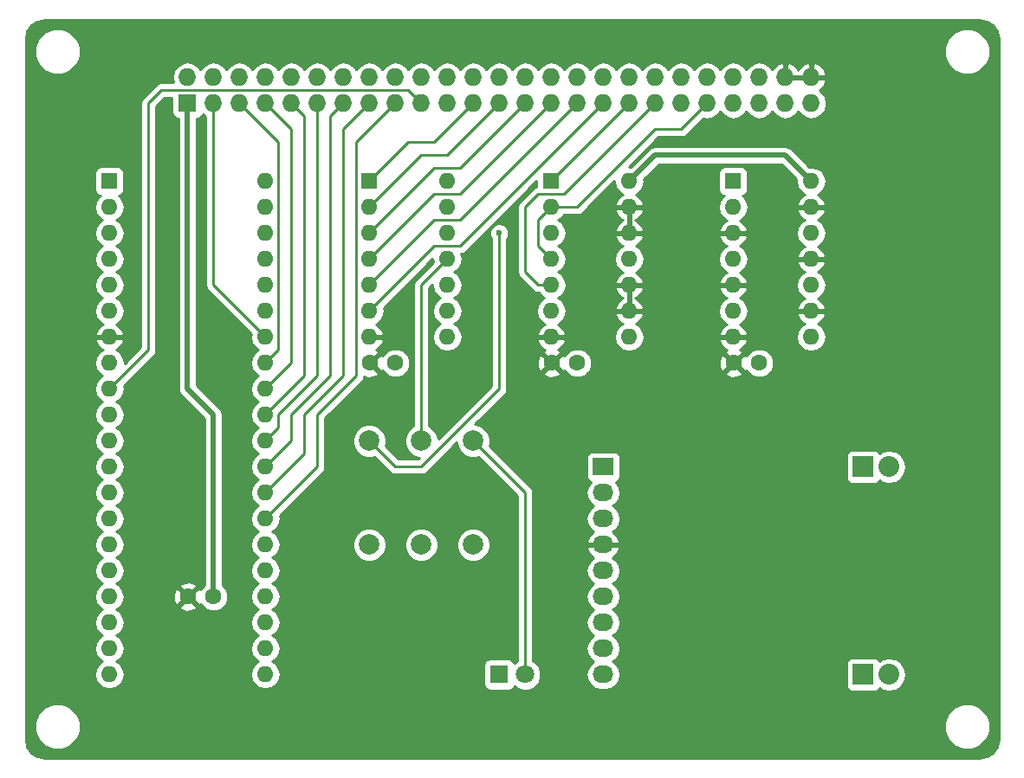
<source format=gbr>
G04 #@! TF.FileFunction,Copper,L2,Bot,Signal*
%FSLAX46Y46*%
G04 Gerber Fmt 4.6, Leading zero omitted, Abs format (unit mm)*
G04 Created by KiCad (PCBNEW 4.0.7) date *
%MOMM*%
%LPD*%
G01*
G04 APERTURE LIST*
%ADD10C,0.100000*%
%ADD11C,1.998980*%
%ADD12C,1.600000*%
%ADD13R,1.600000X1.600000*%
%ADD14O,1.600000X1.600000*%
%ADD15R,2.032000X1.727200*%
%ADD16O,2.032000X1.727200*%
%ADD17R,1.800000X1.800000*%
%ADD18C,1.800000*%
%ADD19R,2.032000X2.032000*%
%ADD20O,2.032000X2.032000*%
%ADD21R,1.727200X1.727200*%
%ADD22O,1.727200X1.727200*%
%ADD23C,0.600000*%
%ADD24C,0.500000*%
%ADD25C,0.250000*%
%ADD26C,0.254000*%
G04 APERTURE END LIST*
D10*
D11*
X129540000Y-101600000D03*
X129540000Y-111760000D03*
X124460000Y-101600000D03*
X124460000Y-111760000D03*
D12*
X109220000Y-116840000D03*
X106720000Y-116840000D03*
X127000000Y-93980000D03*
X124500000Y-93980000D03*
X162560000Y-93980000D03*
X160060000Y-93980000D03*
D13*
X99060000Y-76200000D03*
D14*
X114300000Y-124460000D03*
X99060000Y-78740000D03*
X114300000Y-121920000D03*
X99060000Y-81280000D03*
X114300000Y-119380000D03*
X99060000Y-83820000D03*
X114300000Y-116840000D03*
X99060000Y-86360000D03*
X114300000Y-114300000D03*
X99060000Y-88900000D03*
X114300000Y-111760000D03*
X99060000Y-91440000D03*
X114300000Y-109220000D03*
X99060000Y-93980000D03*
X114300000Y-106680000D03*
X99060000Y-96520000D03*
X114300000Y-104140000D03*
X99060000Y-99060000D03*
X114300000Y-101600000D03*
X99060000Y-101600000D03*
X114300000Y-99060000D03*
X99060000Y-104140000D03*
X114300000Y-96520000D03*
X99060000Y-106680000D03*
X114300000Y-93980000D03*
X99060000Y-109220000D03*
X114300000Y-91440000D03*
X99060000Y-111760000D03*
X114300000Y-88900000D03*
X99060000Y-114300000D03*
X114300000Y-86360000D03*
X99060000Y-116840000D03*
X114300000Y-83820000D03*
X99060000Y-119380000D03*
X114300000Y-81280000D03*
X99060000Y-121920000D03*
X114300000Y-78740000D03*
X99060000Y-124460000D03*
X114300000Y-76200000D03*
D13*
X124460000Y-76200000D03*
D14*
X132080000Y-91440000D03*
X124460000Y-78740000D03*
X132080000Y-88900000D03*
X124460000Y-81280000D03*
X132080000Y-86360000D03*
X124460000Y-83820000D03*
X132080000Y-83820000D03*
X124460000Y-86360000D03*
X132080000Y-81280000D03*
X124460000Y-88900000D03*
X132080000Y-78740000D03*
X124460000Y-91440000D03*
X132080000Y-76200000D03*
D13*
X142240000Y-76200000D03*
D14*
X149860000Y-91440000D03*
X142240000Y-78740000D03*
X149860000Y-88900000D03*
X142240000Y-81280000D03*
X149860000Y-86360000D03*
X142240000Y-83820000D03*
X149860000Y-83820000D03*
X142240000Y-86360000D03*
X149860000Y-81280000D03*
X142240000Y-88900000D03*
X149860000Y-78740000D03*
X142240000Y-91440000D03*
X149860000Y-76200000D03*
D13*
X160020000Y-76200000D03*
D14*
X167640000Y-91440000D03*
X160020000Y-78740000D03*
X167640000Y-88900000D03*
X160020000Y-81280000D03*
X167640000Y-86360000D03*
X160020000Y-83820000D03*
X167640000Y-83820000D03*
X160020000Y-86360000D03*
X167640000Y-81280000D03*
X160020000Y-88900000D03*
X167640000Y-78740000D03*
X160020000Y-91440000D03*
X167640000Y-76200000D03*
D12*
X144780000Y-93980000D03*
X142280000Y-93980000D03*
D15*
X147320000Y-104140000D03*
D16*
X147320000Y-106680000D03*
X147320000Y-109220000D03*
X147320000Y-111760000D03*
X147320000Y-114300000D03*
X147320000Y-116840000D03*
X147320000Y-119380000D03*
X147320000Y-121920000D03*
X147320000Y-124460000D03*
D17*
X137160000Y-124460000D03*
D18*
X139700000Y-124460000D03*
D11*
X134620000Y-101600000D03*
X134620000Y-111760000D03*
D19*
X172720000Y-104140000D03*
D20*
X175260000Y-104140000D03*
D19*
X172720000Y-124460000D03*
D20*
X175260000Y-124460000D03*
D21*
X106680000Y-68580000D03*
D22*
X106680000Y-66040000D03*
X109220000Y-68580000D03*
X109220000Y-66040000D03*
X111760000Y-68580000D03*
X111760000Y-66040000D03*
X114300000Y-68580000D03*
X114300000Y-66040000D03*
X116840000Y-68580000D03*
X116840000Y-66040000D03*
X119380000Y-68580000D03*
X119380000Y-66040000D03*
X121920000Y-68580000D03*
X121920000Y-66040000D03*
X124460000Y-68580000D03*
X124460000Y-66040000D03*
X127000000Y-68580000D03*
X127000000Y-66040000D03*
X129540000Y-68580000D03*
X129540000Y-66040000D03*
X132080000Y-68580000D03*
X132080000Y-66040000D03*
X134620000Y-68580000D03*
X134620000Y-66040000D03*
X137160000Y-68580000D03*
X137160000Y-66040000D03*
X139700000Y-68580000D03*
X139700000Y-66040000D03*
X142240000Y-68580000D03*
X142240000Y-66040000D03*
X144780000Y-68580000D03*
X144780000Y-66040000D03*
X147320000Y-68580000D03*
X147320000Y-66040000D03*
X149860000Y-68580000D03*
X149860000Y-66040000D03*
X152400000Y-68580000D03*
X152400000Y-66040000D03*
X154940000Y-68580000D03*
X154940000Y-66040000D03*
X157480000Y-68580000D03*
X157480000Y-66040000D03*
X160020000Y-68580000D03*
X160020000Y-66040000D03*
X162560000Y-68580000D03*
X162560000Y-66040000D03*
X165100000Y-68580000D03*
X165100000Y-66040000D03*
X167640000Y-68580000D03*
X167640000Y-66040000D03*
D23*
X137160000Y-81280000D03*
D24*
X149860000Y-76200000D02*
X152400000Y-73660000D01*
X165100000Y-73660000D02*
X167640000Y-76200000D01*
X152400000Y-73660000D02*
X165100000Y-73660000D01*
X109220000Y-99060000D02*
X109220000Y-116840000D01*
X106680000Y-96520000D02*
X109220000Y-99060000D01*
X106680000Y-68580000D02*
X106680000Y-96520000D01*
D25*
X129540000Y-68580000D02*
X128270000Y-67310000D01*
X102870000Y-92710000D02*
X99060000Y-96520000D01*
X102870000Y-68580000D02*
X102870000Y-92710000D01*
X104140000Y-67310000D02*
X102870000Y-68580000D01*
X128270000Y-67310000D02*
X104140000Y-67310000D01*
X119380000Y-104140000D02*
X114300000Y-109220000D01*
X119380000Y-99060000D02*
X119380000Y-104140000D01*
X123190000Y-95250000D02*
X119380000Y-99060000D01*
X123190000Y-72390000D02*
X123190000Y-95250000D01*
X127000000Y-68580000D02*
X123190000Y-72390000D01*
X118110000Y-102870000D02*
X114300000Y-106680000D01*
X118110000Y-99060000D02*
X118110000Y-102870000D01*
X121920000Y-95250000D02*
X118110000Y-99060000D01*
X121920000Y-71120000D02*
X121920000Y-95250000D01*
X124460000Y-68580000D02*
X121920000Y-71120000D01*
X121920000Y-68580000D02*
X120650000Y-69850000D01*
X120650000Y-69850000D02*
X120650000Y-95250000D01*
X120650000Y-95250000D02*
X116840000Y-99060000D01*
X116840000Y-99060000D02*
X116840000Y-101600000D01*
X116840000Y-101600000D02*
X114300000Y-104140000D01*
X115570000Y-100330000D02*
X114300000Y-101600000D01*
X115570000Y-99060000D02*
X115570000Y-100330000D01*
X119380000Y-95250000D02*
X115570000Y-99060000D01*
X119380000Y-68580000D02*
X119380000Y-95250000D01*
X116840000Y-68580000D02*
X118110000Y-69850000D01*
X118110000Y-95250000D02*
X118110000Y-69850000D01*
X118110000Y-95250000D02*
X114300000Y-99060000D01*
X114300000Y-96520000D02*
X116840000Y-93980000D01*
X116840000Y-71120000D02*
X114300000Y-68580000D01*
X116840000Y-93980000D02*
X116840000Y-71120000D01*
X114300000Y-93980000D02*
X115570000Y-92710000D01*
X115570000Y-72390000D02*
X111760000Y-68580000D01*
X115570000Y-92710000D02*
X115570000Y-72390000D01*
X109220000Y-68580000D02*
X109220000Y-86360000D01*
X109220000Y-86360000D02*
X114300000Y-91440000D01*
X124460000Y-76200000D02*
X128270000Y-72390000D01*
X128270000Y-72390000D02*
X130810000Y-72390000D01*
X130810000Y-72390000D02*
X134620000Y-68580000D01*
X124460000Y-78740000D02*
X129540000Y-73660000D01*
X132080000Y-73660000D02*
X137160000Y-68580000D01*
X129540000Y-73660000D02*
X132080000Y-73660000D01*
X124460000Y-78740000D02*
X124460000Y-78740000D01*
X124460000Y-81280000D02*
X130810000Y-74930000D01*
X133350000Y-74930000D02*
X139700000Y-68580000D01*
X130810000Y-74930000D02*
X133350000Y-74930000D01*
X124460000Y-81280000D02*
X124460000Y-81280000D01*
X124460000Y-83820000D02*
X130810000Y-77470000D01*
X133350000Y-77470000D02*
X142240000Y-68580000D01*
X130810000Y-77470000D02*
X133350000Y-77470000D01*
X124460000Y-86360000D02*
X130810000Y-80010000D01*
X133350000Y-80010000D02*
X144780000Y-68580000D01*
X130810000Y-80010000D02*
X133350000Y-80010000D01*
X124460000Y-88900000D02*
X130810000Y-82550000D01*
X133350000Y-82550000D02*
X147320000Y-68580000D01*
X130810000Y-82550000D02*
X133350000Y-82550000D01*
X142240000Y-76200000D02*
X149860000Y-68580000D01*
X142240000Y-78740000D02*
X140970000Y-80010000D01*
X140970000Y-82550000D02*
X142240000Y-83820000D01*
X140970000Y-80010000D02*
X140970000Y-82550000D01*
X142240000Y-78740000D02*
X144780000Y-78740000D01*
X154940000Y-71120000D02*
X157480000Y-68580000D01*
X152400000Y-71120000D02*
X154940000Y-71120000D01*
X144780000Y-78740000D02*
X152400000Y-71120000D01*
X152400000Y-68580000D02*
X143510000Y-77470000D01*
X140970000Y-86360000D02*
X142240000Y-86360000D01*
X139700000Y-85090000D02*
X140970000Y-86360000D01*
X139700000Y-78740000D02*
X139700000Y-85090000D01*
X140970000Y-77470000D02*
X139700000Y-78740000D01*
X143510000Y-77470000D02*
X140970000Y-77470000D01*
X139700000Y-124460000D02*
X139700000Y-106680000D01*
X139700000Y-106680000D02*
X134620000Y-101600000D01*
X129540000Y-101600000D02*
X129540000Y-86360000D01*
X129540000Y-86360000D02*
X132080000Y-83820000D01*
X127000000Y-104140000D02*
X124460000Y-101600000D01*
X129540000Y-104140000D02*
X127000000Y-104140000D01*
X132080000Y-101600000D02*
X129540000Y-104140000D01*
X137160000Y-96520000D02*
X132080000Y-101600000D01*
X137160000Y-81280000D02*
X137160000Y-96520000D01*
D26*
G36*
X184844989Y-60552152D02*
X185434170Y-60945830D01*
X185827848Y-61535011D01*
X185980000Y-62299931D01*
X185980000Y-130740069D01*
X185827848Y-131504989D01*
X185434170Y-132094170D01*
X184844989Y-132487848D01*
X184080069Y-132640000D01*
X92779931Y-132640000D01*
X92015011Y-132487848D01*
X91425830Y-132094170D01*
X91032152Y-131504989D01*
X90880000Y-130740069D01*
X90880000Y-129982619D01*
X91744613Y-129982619D01*
X92084155Y-130804372D01*
X92712321Y-131433636D01*
X93533481Y-131774611D01*
X94422619Y-131775387D01*
X95244372Y-131435845D01*
X95873636Y-130807679D01*
X96214611Y-129986519D01*
X96214614Y-129982619D01*
X180644613Y-129982619D01*
X180984155Y-130804372D01*
X181612321Y-131433636D01*
X182433481Y-131774611D01*
X183322619Y-131775387D01*
X184144372Y-131435845D01*
X184773636Y-130807679D01*
X185114611Y-129986519D01*
X185115387Y-129097381D01*
X184775845Y-128275628D01*
X184147679Y-127646364D01*
X183326519Y-127305389D01*
X182437381Y-127304613D01*
X181615628Y-127644155D01*
X180986364Y-128272321D01*
X180645389Y-129093481D01*
X180644613Y-129982619D01*
X96214614Y-129982619D01*
X96215387Y-129097381D01*
X95875845Y-128275628D01*
X95247679Y-127646364D01*
X94426519Y-127305389D01*
X93537381Y-127304613D01*
X92715628Y-127644155D01*
X92086364Y-128272321D01*
X91745389Y-129093481D01*
X91744613Y-129982619D01*
X90880000Y-129982619D01*
X90880000Y-93980000D01*
X97596887Y-93980000D01*
X97706120Y-94529151D01*
X98017189Y-94994698D01*
X98399275Y-95250000D01*
X98017189Y-95505302D01*
X97706120Y-95970849D01*
X97596887Y-96520000D01*
X97706120Y-97069151D01*
X98017189Y-97534698D01*
X98399275Y-97790000D01*
X98017189Y-98045302D01*
X97706120Y-98510849D01*
X97596887Y-99060000D01*
X97706120Y-99609151D01*
X98017189Y-100074698D01*
X98399275Y-100330000D01*
X98017189Y-100585302D01*
X97706120Y-101050849D01*
X97596887Y-101600000D01*
X97706120Y-102149151D01*
X98017189Y-102614698D01*
X98399275Y-102870000D01*
X98017189Y-103125302D01*
X97706120Y-103590849D01*
X97596887Y-104140000D01*
X97706120Y-104689151D01*
X98017189Y-105154698D01*
X98399275Y-105410000D01*
X98017189Y-105665302D01*
X97706120Y-106130849D01*
X97596887Y-106680000D01*
X97706120Y-107229151D01*
X98017189Y-107694698D01*
X98399275Y-107950000D01*
X98017189Y-108205302D01*
X97706120Y-108670849D01*
X97596887Y-109220000D01*
X97706120Y-109769151D01*
X98017189Y-110234698D01*
X98399275Y-110490000D01*
X98017189Y-110745302D01*
X97706120Y-111210849D01*
X97596887Y-111760000D01*
X97706120Y-112309151D01*
X98017189Y-112774698D01*
X98399275Y-113030000D01*
X98017189Y-113285302D01*
X97706120Y-113750849D01*
X97596887Y-114300000D01*
X97706120Y-114849151D01*
X98017189Y-115314698D01*
X98399275Y-115570000D01*
X98017189Y-115825302D01*
X97706120Y-116290849D01*
X97596887Y-116840000D01*
X97706120Y-117389151D01*
X98017189Y-117854698D01*
X98399275Y-118110000D01*
X98017189Y-118365302D01*
X97706120Y-118830849D01*
X97596887Y-119380000D01*
X97706120Y-119929151D01*
X98017189Y-120394698D01*
X98399275Y-120650000D01*
X98017189Y-120905302D01*
X97706120Y-121370849D01*
X97596887Y-121920000D01*
X97706120Y-122469151D01*
X98017189Y-122934698D01*
X98399275Y-123190000D01*
X98017189Y-123445302D01*
X97706120Y-123910849D01*
X97596887Y-124460000D01*
X97706120Y-125009151D01*
X98017189Y-125474698D01*
X98482736Y-125785767D01*
X99031887Y-125895000D01*
X99088113Y-125895000D01*
X99637264Y-125785767D01*
X100102811Y-125474698D01*
X100413880Y-125009151D01*
X100523113Y-124460000D01*
X100413880Y-123910849D01*
X100102811Y-123445302D01*
X99720725Y-123190000D01*
X100102811Y-122934698D01*
X100413880Y-122469151D01*
X100523113Y-121920000D01*
X100413880Y-121370849D01*
X100102811Y-120905302D01*
X99720725Y-120650000D01*
X100102811Y-120394698D01*
X100413880Y-119929151D01*
X100523113Y-119380000D01*
X100413880Y-118830849D01*
X100102811Y-118365302D01*
X99720725Y-118110000D01*
X100102811Y-117854698D01*
X100107456Y-117847745D01*
X105891861Y-117847745D01*
X105965995Y-118093864D01*
X106503223Y-118286965D01*
X107073454Y-118259778D01*
X107474005Y-118093864D01*
X107548139Y-117847745D01*
X106720000Y-117019605D01*
X105891861Y-117847745D01*
X100107456Y-117847745D01*
X100413880Y-117389151D01*
X100523113Y-116840000D01*
X100479994Y-116623223D01*
X105273035Y-116623223D01*
X105300222Y-117193454D01*
X105466136Y-117594005D01*
X105712255Y-117668139D01*
X106540395Y-116840000D01*
X105712255Y-116011861D01*
X105466136Y-116085995D01*
X105273035Y-116623223D01*
X100479994Y-116623223D01*
X100413880Y-116290849D01*
X100107457Y-115832255D01*
X105891861Y-115832255D01*
X106720000Y-116660395D01*
X107548139Y-115832255D01*
X107474005Y-115586136D01*
X106936777Y-115393035D01*
X106366546Y-115420222D01*
X105965995Y-115586136D01*
X105891861Y-115832255D01*
X100107457Y-115832255D01*
X100102811Y-115825302D01*
X99720725Y-115570000D01*
X100102811Y-115314698D01*
X100413880Y-114849151D01*
X100523113Y-114300000D01*
X100413880Y-113750849D01*
X100102811Y-113285302D01*
X99720725Y-113030000D01*
X100102811Y-112774698D01*
X100413880Y-112309151D01*
X100523113Y-111760000D01*
X100413880Y-111210849D01*
X100102811Y-110745302D01*
X99720725Y-110490000D01*
X100102811Y-110234698D01*
X100413880Y-109769151D01*
X100523113Y-109220000D01*
X100413880Y-108670849D01*
X100102811Y-108205302D01*
X99720725Y-107950000D01*
X100102811Y-107694698D01*
X100413880Y-107229151D01*
X100523113Y-106680000D01*
X100413880Y-106130849D01*
X100102811Y-105665302D01*
X99720725Y-105410000D01*
X100102811Y-105154698D01*
X100413880Y-104689151D01*
X100523113Y-104140000D01*
X100413880Y-103590849D01*
X100102811Y-103125302D01*
X99720725Y-102870000D01*
X100102811Y-102614698D01*
X100413880Y-102149151D01*
X100523113Y-101600000D01*
X100413880Y-101050849D01*
X100102811Y-100585302D01*
X99720725Y-100330000D01*
X100102811Y-100074698D01*
X100413880Y-99609151D01*
X100523113Y-99060000D01*
X100413880Y-98510849D01*
X100102811Y-98045302D01*
X99720725Y-97790000D01*
X100102811Y-97534698D01*
X100413880Y-97069151D01*
X100523113Y-96520000D01*
X100458688Y-96196114D01*
X103407401Y-93247401D01*
X103572148Y-93000839D01*
X103630000Y-92710000D01*
X103630000Y-68894802D01*
X104454802Y-68070000D01*
X105168960Y-68070000D01*
X105168960Y-69443600D01*
X105213238Y-69678917D01*
X105352310Y-69895041D01*
X105564510Y-70040031D01*
X105795000Y-70086706D01*
X105795000Y-96519995D01*
X105794999Y-96520000D01*
X105851190Y-96802484D01*
X105862367Y-96858675D01*
X105995151Y-97057401D01*
X106054210Y-97145790D01*
X108335000Y-99426579D01*
X108335000Y-115695829D01*
X108004176Y-116026077D01*
X107976577Y-116092544D01*
X107973864Y-116085995D01*
X107727745Y-116011861D01*
X106899605Y-116840000D01*
X107727745Y-117668139D01*
X107973864Y-117594005D01*
X107976196Y-117587517D01*
X108002757Y-117651800D01*
X108406077Y-118055824D01*
X108933309Y-118274750D01*
X109504187Y-118275248D01*
X110031800Y-118057243D01*
X110435824Y-117653923D01*
X110654750Y-117126691D01*
X110655248Y-116555813D01*
X110437243Y-116028200D01*
X110105000Y-115695377D01*
X110105000Y-99060000D01*
X110037633Y-98721325D01*
X109845790Y-98434210D01*
X109845787Y-98434208D01*
X107565000Y-96153420D01*
X107565000Y-70087013D01*
X107778917Y-70046762D01*
X107995041Y-69907690D01*
X108140031Y-69695490D01*
X108148864Y-69651869D01*
X108160330Y-69669029D01*
X108460000Y-69869262D01*
X108460000Y-86360000D01*
X108517852Y-86650839D01*
X108682599Y-86897401D01*
X112901312Y-91116114D01*
X112836887Y-91440000D01*
X112946120Y-91989151D01*
X113257189Y-92454698D01*
X113639275Y-92710000D01*
X113257189Y-92965302D01*
X112946120Y-93430849D01*
X112836887Y-93980000D01*
X112946120Y-94529151D01*
X113257189Y-94994698D01*
X113639275Y-95250000D01*
X113257189Y-95505302D01*
X112946120Y-95970849D01*
X112836887Y-96520000D01*
X112946120Y-97069151D01*
X113257189Y-97534698D01*
X113639275Y-97790000D01*
X113257189Y-98045302D01*
X112946120Y-98510849D01*
X112836887Y-99060000D01*
X112946120Y-99609151D01*
X113257189Y-100074698D01*
X113639275Y-100330000D01*
X113257189Y-100585302D01*
X112946120Y-101050849D01*
X112836887Y-101600000D01*
X112946120Y-102149151D01*
X113257189Y-102614698D01*
X113639275Y-102870000D01*
X113257189Y-103125302D01*
X112946120Y-103590849D01*
X112836887Y-104140000D01*
X112946120Y-104689151D01*
X113257189Y-105154698D01*
X113639275Y-105410000D01*
X113257189Y-105665302D01*
X112946120Y-106130849D01*
X112836887Y-106680000D01*
X112946120Y-107229151D01*
X113257189Y-107694698D01*
X113639275Y-107950000D01*
X113257189Y-108205302D01*
X112946120Y-108670849D01*
X112836887Y-109220000D01*
X112946120Y-109769151D01*
X113257189Y-110234698D01*
X113639275Y-110490000D01*
X113257189Y-110745302D01*
X112946120Y-111210849D01*
X112836887Y-111760000D01*
X112946120Y-112309151D01*
X113257189Y-112774698D01*
X113639275Y-113030000D01*
X113257189Y-113285302D01*
X112946120Y-113750849D01*
X112836887Y-114300000D01*
X112946120Y-114849151D01*
X113257189Y-115314698D01*
X113639275Y-115570000D01*
X113257189Y-115825302D01*
X112946120Y-116290849D01*
X112836887Y-116840000D01*
X112946120Y-117389151D01*
X113257189Y-117854698D01*
X113639275Y-118110000D01*
X113257189Y-118365302D01*
X112946120Y-118830849D01*
X112836887Y-119380000D01*
X112946120Y-119929151D01*
X113257189Y-120394698D01*
X113639275Y-120650000D01*
X113257189Y-120905302D01*
X112946120Y-121370849D01*
X112836887Y-121920000D01*
X112946120Y-122469151D01*
X113257189Y-122934698D01*
X113639275Y-123190000D01*
X113257189Y-123445302D01*
X112946120Y-123910849D01*
X112836887Y-124460000D01*
X112946120Y-125009151D01*
X113257189Y-125474698D01*
X113722736Y-125785767D01*
X114271887Y-125895000D01*
X114328113Y-125895000D01*
X114877264Y-125785767D01*
X115342811Y-125474698D01*
X115653880Y-125009151D01*
X115763113Y-124460000D01*
X115653880Y-123910849D01*
X115342811Y-123445302D01*
X114960725Y-123190000D01*
X115342811Y-122934698D01*
X115653880Y-122469151D01*
X115763113Y-121920000D01*
X115653880Y-121370849D01*
X115342811Y-120905302D01*
X114960725Y-120650000D01*
X115342811Y-120394698D01*
X115653880Y-119929151D01*
X115763113Y-119380000D01*
X115653880Y-118830849D01*
X115342811Y-118365302D01*
X114960725Y-118110000D01*
X115342811Y-117854698D01*
X115653880Y-117389151D01*
X115763113Y-116840000D01*
X115653880Y-116290849D01*
X115342811Y-115825302D01*
X114960725Y-115570000D01*
X115342811Y-115314698D01*
X115653880Y-114849151D01*
X115763113Y-114300000D01*
X115653880Y-113750849D01*
X115342811Y-113285302D01*
X114960725Y-113030000D01*
X115342811Y-112774698D01*
X115653880Y-112309151D01*
X115698726Y-112083694D01*
X122825226Y-112083694D01*
X123073538Y-112684655D01*
X123532927Y-113144846D01*
X124133453Y-113394206D01*
X124783694Y-113394774D01*
X125384655Y-113146462D01*
X125844846Y-112687073D01*
X126094206Y-112086547D01*
X126094208Y-112083694D01*
X127905226Y-112083694D01*
X128153538Y-112684655D01*
X128612927Y-113144846D01*
X129213453Y-113394206D01*
X129863694Y-113394774D01*
X130464655Y-113146462D01*
X130924846Y-112687073D01*
X131174206Y-112086547D01*
X131174208Y-112083694D01*
X132985226Y-112083694D01*
X133233538Y-112684655D01*
X133692927Y-113144846D01*
X134293453Y-113394206D01*
X134943694Y-113394774D01*
X135544655Y-113146462D01*
X136004846Y-112687073D01*
X136254206Y-112086547D01*
X136254774Y-111436306D01*
X136006462Y-110835345D01*
X135547073Y-110375154D01*
X134946547Y-110125794D01*
X134296306Y-110125226D01*
X133695345Y-110373538D01*
X133235154Y-110832927D01*
X132985794Y-111433453D01*
X132985226Y-112083694D01*
X131174208Y-112083694D01*
X131174774Y-111436306D01*
X130926462Y-110835345D01*
X130467073Y-110375154D01*
X129866547Y-110125794D01*
X129216306Y-110125226D01*
X128615345Y-110373538D01*
X128155154Y-110832927D01*
X127905794Y-111433453D01*
X127905226Y-112083694D01*
X126094208Y-112083694D01*
X126094774Y-111436306D01*
X125846462Y-110835345D01*
X125387073Y-110375154D01*
X124786547Y-110125794D01*
X124136306Y-110125226D01*
X123535345Y-110373538D01*
X123075154Y-110832927D01*
X122825794Y-111433453D01*
X122825226Y-112083694D01*
X115698726Y-112083694D01*
X115763113Y-111760000D01*
X115653880Y-111210849D01*
X115342811Y-110745302D01*
X114960725Y-110490000D01*
X115342811Y-110234698D01*
X115653880Y-109769151D01*
X115763113Y-109220000D01*
X115698688Y-108896114D01*
X119917401Y-104677401D01*
X120082148Y-104430839D01*
X120140000Y-104140000D01*
X120140000Y-99374802D01*
X123727401Y-95787401D01*
X123892148Y-95540839D01*
X123939383Y-95303375D01*
X124283223Y-95426965D01*
X124853454Y-95399778D01*
X125254005Y-95233864D01*
X125328139Y-94987745D01*
X124500000Y-94159605D01*
X124485858Y-94173748D01*
X124306253Y-93994143D01*
X124320395Y-93980000D01*
X124679605Y-93980000D01*
X125507745Y-94808139D01*
X125753864Y-94734005D01*
X125756196Y-94727517D01*
X125782757Y-94791800D01*
X126186077Y-95195824D01*
X126713309Y-95414750D01*
X127284187Y-95415248D01*
X127811800Y-95197243D01*
X128215824Y-94793923D01*
X128434750Y-94266691D01*
X128435248Y-93695813D01*
X128217243Y-93168200D01*
X127813923Y-92764176D01*
X127286691Y-92545250D01*
X126715813Y-92544752D01*
X126188200Y-92762757D01*
X125784176Y-93166077D01*
X125756577Y-93232544D01*
X125753864Y-93225995D01*
X125507745Y-93151861D01*
X124679605Y-93980000D01*
X124320395Y-93980000D01*
X124306253Y-93965858D01*
X124485858Y-93786252D01*
X124500000Y-93800395D01*
X125328139Y-92972255D01*
X125254005Y-92726136D01*
X125128134Y-92680893D01*
X125315134Y-92592389D01*
X125691041Y-92177423D01*
X125851904Y-91789039D01*
X125729915Y-91567000D01*
X124587000Y-91567000D01*
X124587000Y-91587000D01*
X124333000Y-91587000D01*
X124333000Y-91567000D01*
X124313000Y-91567000D01*
X124313000Y-91313000D01*
X124333000Y-91313000D01*
X124333000Y-91293000D01*
X124587000Y-91293000D01*
X124587000Y-91313000D01*
X125729915Y-91313000D01*
X125851904Y-91090961D01*
X125691041Y-90702577D01*
X125315134Y-90287611D01*
X125098297Y-90184986D01*
X125502811Y-89914698D01*
X125813880Y-89449151D01*
X125923113Y-88900000D01*
X125858688Y-88576114D01*
X130617405Y-83817397D01*
X130616887Y-83820000D01*
X130681312Y-84143886D01*
X129002599Y-85822599D01*
X128837852Y-86069161D01*
X128780000Y-86360000D01*
X128780000Y-100145504D01*
X128615345Y-100213538D01*
X128155154Y-100672927D01*
X127905794Y-101273453D01*
X127905226Y-101923694D01*
X128153538Y-102524655D01*
X128612927Y-102984846D01*
X129213453Y-103234206D01*
X129370855Y-103234343D01*
X129225198Y-103380000D01*
X127314802Y-103380000D01*
X126025885Y-102091083D01*
X126094206Y-101926547D01*
X126094774Y-101276306D01*
X125846462Y-100675345D01*
X125387073Y-100215154D01*
X124786547Y-99965794D01*
X124136306Y-99965226D01*
X123535345Y-100213538D01*
X123075154Y-100672927D01*
X122825794Y-101273453D01*
X122825226Y-101923694D01*
X123073538Y-102524655D01*
X123532927Y-102984846D01*
X124133453Y-103234206D01*
X124783694Y-103234774D01*
X124950889Y-103165691D01*
X126462599Y-104677401D01*
X126709160Y-104842148D01*
X126757414Y-104851746D01*
X127000000Y-104900000D01*
X129540000Y-104900000D01*
X129830839Y-104842148D01*
X130077401Y-104677401D01*
X132985361Y-101769441D01*
X132985226Y-101923694D01*
X133233538Y-102524655D01*
X133692927Y-102984846D01*
X134293453Y-103234206D01*
X134943694Y-103234774D01*
X135110889Y-103165691D01*
X138940000Y-106994802D01*
X138940000Y-123113154D01*
X138831629Y-123157932D01*
X138663387Y-123325880D01*
X138663162Y-123324683D01*
X138524090Y-123108559D01*
X138311890Y-122963569D01*
X138060000Y-122912560D01*
X136260000Y-122912560D01*
X136024683Y-122956838D01*
X135808559Y-123095910D01*
X135663569Y-123308110D01*
X135612560Y-123560000D01*
X135612560Y-125360000D01*
X135656838Y-125595317D01*
X135795910Y-125811441D01*
X136008110Y-125956431D01*
X136260000Y-126007440D01*
X138060000Y-126007440D01*
X138295317Y-125963162D01*
X138511441Y-125824090D01*
X138656431Y-125611890D01*
X138660567Y-125591466D01*
X138829357Y-125760551D01*
X139393330Y-125994733D01*
X140003991Y-125995265D01*
X140568371Y-125762068D01*
X141000551Y-125330643D01*
X141234733Y-124766670D01*
X141235265Y-124156009D01*
X141002068Y-123591629D01*
X140570643Y-123159449D01*
X140460000Y-123113506D01*
X140460000Y-114300000D01*
X145636655Y-114300000D01*
X145750729Y-114873489D01*
X146075585Y-115359670D01*
X146390366Y-115570000D01*
X146075585Y-115780330D01*
X145750729Y-116266511D01*
X145636655Y-116840000D01*
X145750729Y-117413489D01*
X146075585Y-117899670D01*
X146390366Y-118110000D01*
X146075585Y-118320330D01*
X145750729Y-118806511D01*
X145636655Y-119380000D01*
X145750729Y-119953489D01*
X146075585Y-120439670D01*
X146390366Y-120650000D01*
X146075585Y-120860330D01*
X145750729Y-121346511D01*
X145636655Y-121920000D01*
X145750729Y-122493489D01*
X146075585Y-122979670D01*
X146390366Y-123190000D01*
X146075585Y-123400330D01*
X145750729Y-123886511D01*
X145636655Y-124460000D01*
X145750729Y-125033489D01*
X146075585Y-125519670D01*
X146561766Y-125844526D01*
X147135255Y-125958600D01*
X147504745Y-125958600D01*
X148078234Y-125844526D01*
X148564415Y-125519670D01*
X148889271Y-125033489D01*
X149003345Y-124460000D01*
X148889271Y-123886511D01*
X148593595Y-123444000D01*
X171056560Y-123444000D01*
X171056560Y-125476000D01*
X171100838Y-125711317D01*
X171239910Y-125927441D01*
X171452110Y-126072431D01*
X171704000Y-126123440D01*
X173736000Y-126123440D01*
X173971317Y-126079162D01*
X174187441Y-125940090D01*
X174289198Y-125791163D01*
X174628190Y-126017670D01*
X175260000Y-126143345D01*
X175891810Y-126017670D01*
X176427433Y-125659778D01*
X176785325Y-125124155D01*
X176911000Y-124492345D01*
X176911000Y-124427655D01*
X176785325Y-123795845D01*
X176427433Y-123260222D01*
X175891810Y-122902330D01*
X175260000Y-122776655D01*
X174628190Y-122902330D01*
X174288208Y-123129499D01*
X174200090Y-122992559D01*
X173987890Y-122847569D01*
X173736000Y-122796560D01*
X171704000Y-122796560D01*
X171468683Y-122840838D01*
X171252559Y-122979910D01*
X171107569Y-123192110D01*
X171056560Y-123444000D01*
X148593595Y-123444000D01*
X148564415Y-123400330D01*
X148249634Y-123190000D01*
X148564415Y-122979670D01*
X148889271Y-122493489D01*
X149003345Y-121920000D01*
X148889271Y-121346511D01*
X148564415Y-120860330D01*
X148249634Y-120650000D01*
X148564415Y-120439670D01*
X148889271Y-119953489D01*
X149003345Y-119380000D01*
X148889271Y-118806511D01*
X148564415Y-118320330D01*
X148249634Y-118110000D01*
X148564415Y-117899670D01*
X148889271Y-117413489D01*
X149003345Y-116840000D01*
X148889271Y-116266511D01*
X148564415Y-115780330D01*
X148249634Y-115570000D01*
X148564415Y-115359670D01*
X148889271Y-114873489D01*
X149003345Y-114300000D01*
X148889271Y-113726511D01*
X148564415Y-113240330D01*
X148254931Y-113033539D01*
X148670732Y-112662036D01*
X148924709Y-112134791D01*
X148927358Y-112119026D01*
X148806217Y-111887000D01*
X147447000Y-111887000D01*
X147447000Y-111907000D01*
X147193000Y-111907000D01*
X147193000Y-111887000D01*
X145833783Y-111887000D01*
X145712642Y-112119026D01*
X145715291Y-112134791D01*
X145969268Y-112662036D01*
X146385069Y-113033539D01*
X146075585Y-113240330D01*
X145750729Y-113726511D01*
X145636655Y-114300000D01*
X140460000Y-114300000D01*
X140460000Y-106680000D01*
X145636655Y-106680000D01*
X145750729Y-107253489D01*
X146075585Y-107739670D01*
X146390366Y-107950000D01*
X146075585Y-108160330D01*
X145750729Y-108646511D01*
X145636655Y-109220000D01*
X145750729Y-109793489D01*
X146075585Y-110279670D01*
X146385069Y-110486461D01*
X145969268Y-110857964D01*
X145715291Y-111385209D01*
X145712642Y-111400974D01*
X145833783Y-111633000D01*
X147193000Y-111633000D01*
X147193000Y-111613000D01*
X147447000Y-111613000D01*
X147447000Y-111633000D01*
X148806217Y-111633000D01*
X148927358Y-111400974D01*
X148924709Y-111385209D01*
X148670732Y-110857964D01*
X148254931Y-110486461D01*
X148564415Y-110279670D01*
X148889271Y-109793489D01*
X149003345Y-109220000D01*
X148889271Y-108646511D01*
X148564415Y-108160330D01*
X148249634Y-107950000D01*
X148564415Y-107739670D01*
X148889271Y-107253489D01*
X149003345Y-106680000D01*
X148889271Y-106106511D01*
X148564415Y-105620330D01*
X148550087Y-105610757D01*
X148571317Y-105606762D01*
X148787441Y-105467690D01*
X148932431Y-105255490D01*
X148983440Y-105003600D01*
X148983440Y-103276400D01*
X148954764Y-103124000D01*
X171056560Y-103124000D01*
X171056560Y-105156000D01*
X171100838Y-105391317D01*
X171239910Y-105607441D01*
X171452110Y-105752431D01*
X171704000Y-105803440D01*
X173736000Y-105803440D01*
X173971317Y-105759162D01*
X174187441Y-105620090D01*
X174289198Y-105471163D01*
X174628190Y-105697670D01*
X175260000Y-105823345D01*
X175891810Y-105697670D01*
X176427433Y-105339778D01*
X176785325Y-104804155D01*
X176911000Y-104172345D01*
X176911000Y-104107655D01*
X176785325Y-103475845D01*
X176427433Y-102940222D01*
X175891810Y-102582330D01*
X175260000Y-102456655D01*
X174628190Y-102582330D01*
X174288208Y-102809499D01*
X174200090Y-102672559D01*
X173987890Y-102527569D01*
X173736000Y-102476560D01*
X171704000Y-102476560D01*
X171468683Y-102520838D01*
X171252559Y-102659910D01*
X171107569Y-102872110D01*
X171056560Y-103124000D01*
X148954764Y-103124000D01*
X148939162Y-103041083D01*
X148800090Y-102824959D01*
X148587890Y-102679969D01*
X148336000Y-102628960D01*
X146304000Y-102628960D01*
X146068683Y-102673238D01*
X145852559Y-102812310D01*
X145707569Y-103024510D01*
X145656560Y-103276400D01*
X145656560Y-105003600D01*
X145700838Y-105238917D01*
X145839910Y-105455041D01*
X146052110Y-105600031D01*
X146093439Y-105608400D01*
X146075585Y-105620330D01*
X145750729Y-106106511D01*
X145636655Y-106680000D01*
X140460000Y-106680000D01*
X140402148Y-106389161D01*
X140237401Y-106142599D01*
X136185885Y-102091083D01*
X136254206Y-101926547D01*
X136254774Y-101276306D01*
X136006462Y-100675345D01*
X135547073Y-100215154D01*
X134946547Y-99965794D01*
X134789145Y-99965657D01*
X137697401Y-97057401D01*
X137862148Y-96810839D01*
X137920000Y-96520000D01*
X137920000Y-94987745D01*
X141451861Y-94987745D01*
X141525995Y-95233864D01*
X142063223Y-95426965D01*
X142633454Y-95399778D01*
X143034005Y-95233864D01*
X143108139Y-94987745D01*
X142280000Y-94159605D01*
X141451861Y-94987745D01*
X137920000Y-94987745D01*
X137920000Y-93763223D01*
X140833035Y-93763223D01*
X140860222Y-94333454D01*
X141026136Y-94734005D01*
X141272255Y-94808139D01*
X142100395Y-93980000D01*
X142459605Y-93980000D01*
X143287745Y-94808139D01*
X143533864Y-94734005D01*
X143536196Y-94727517D01*
X143562757Y-94791800D01*
X143966077Y-95195824D01*
X144493309Y-95414750D01*
X145064187Y-95415248D01*
X145591800Y-95197243D01*
X145801663Y-94987745D01*
X159231861Y-94987745D01*
X159305995Y-95233864D01*
X159843223Y-95426965D01*
X160413454Y-95399778D01*
X160814005Y-95233864D01*
X160888139Y-94987745D01*
X160060000Y-94159605D01*
X159231861Y-94987745D01*
X145801663Y-94987745D01*
X145995824Y-94793923D01*
X146214750Y-94266691D01*
X146215189Y-93763223D01*
X158613035Y-93763223D01*
X158640222Y-94333454D01*
X158806136Y-94734005D01*
X159052255Y-94808139D01*
X159880395Y-93980000D01*
X160239605Y-93980000D01*
X161067745Y-94808139D01*
X161313864Y-94734005D01*
X161316196Y-94727517D01*
X161342757Y-94791800D01*
X161746077Y-95195824D01*
X162273309Y-95414750D01*
X162844187Y-95415248D01*
X163371800Y-95197243D01*
X163775824Y-94793923D01*
X163994750Y-94266691D01*
X163995248Y-93695813D01*
X163777243Y-93168200D01*
X163373923Y-92764176D01*
X162846691Y-92545250D01*
X162275813Y-92544752D01*
X161748200Y-92762757D01*
X161344176Y-93166077D01*
X161316577Y-93232544D01*
X161313864Y-93225995D01*
X161067745Y-93151861D01*
X160239605Y-93980000D01*
X159880395Y-93980000D01*
X159052255Y-93151861D01*
X158806136Y-93225995D01*
X158613035Y-93763223D01*
X146215189Y-93763223D01*
X146215248Y-93695813D01*
X145997243Y-93168200D01*
X145593923Y-92764176D01*
X145066691Y-92545250D01*
X144495813Y-92544752D01*
X143968200Y-92762757D01*
X143564176Y-93166077D01*
X143536577Y-93232544D01*
X143533864Y-93225995D01*
X143287745Y-93151861D01*
X142459605Y-93980000D01*
X142100395Y-93980000D01*
X141272255Y-93151861D01*
X141026136Y-93225995D01*
X140833035Y-93763223D01*
X137920000Y-93763223D01*
X137920000Y-91789039D01*
X140848096Y-91789039D01*
X141008959Y-92177423D01*
X141384866Y-92592389D01*
X141601435Y-92694888D01*
X141525995Y-92726136D01*
X141451861Y-92972255D01*
X142280000Y-93800395D01*
X143108139Y-92972255D01*
X143034005Y-92726136D01*
X142908134Y-92680893D01*
X143095134Y-92592389D01*
X143471041Y-92177423D01*
X143631904Y-91789039D01*
X143509915Y-91567000D01*
X142367000Y-91567000D01*
X142367000Y-91587000D01*
X142113000Y-91587000D01*
X142113000Y-91567000D01*
X140970085Y-91567000D01*
X140848096Y-91789039D01*
X137920000Y-91789039D01*
X137920000Y-91440000D01*
X148396887Y-91440000D01*
X148506120Y-91989151D01*
X148817189Y-92454698D01*
X149282736Y-92765767D01*
X149831887Y-92875000D01*
X149888113Y-92875000D01*
X150437264Y-92765767D01*
X150902811Y-92454698D01*
X151213880Y-91989151D01*
X151253684Y-91789039D01*
X158628096Y-91789039D01*
X158788959Y-92177423D01*
X159164866Y-92592389D01*
X159381435Y-92694888D01*
X159305995Y-92726136D01*
X159231861Y-92972255D01*
X160060000Y-93800395D01*
X160888139Y-92972255D01*
X160814005Y-92726136D01*
X160688134Y-92680893D01*
X160875134Y-92592389D01*
X161251041Y-92177423D01*
X161411904Y-91789039D01*
X161289915Y-91567000D01*
X160147000Y-91567000D01*
X160147000Y-91587000D01*
X159893000Y-91587000D01*
X159893000Y-91567000D01*
X158750085Y-91567000D01*
X158628096Y-91789039D01*
X151253684Y-91789039D01*
X151323113Y-91440000D01*
X166176887Y-91440000D01*
X166286120Y-91989151D01*
X166597189Y-92454698D01*
X167062736Y-92765767D01*
X167611887Y-92875000D01*
X167668113Y-92875000D01*
X168217264Y-92765767D01*
X168682811Y-92454698D01*
X168993880Y-91989151D01*
X169103113Y-91440000D01*
X168993880Y-90890849D01*
X168682811Y-90425302D01*
X168278297Y-90155014D01*
X168495134Y-90052389D01*
X168871041Y-89637423D01*
X169031904Y-89249039D01*
X168909915Y-89027000D01*
X167767000Y-89027000D01*
X167767000Y-89047000D01*
X167513000Y-89047000D01*
X167513000Y-89027000D01*
X166370085Y-89027000D01*
X166248096Y-89249039D01*
X166408959Y-89637423D01*
X166784866Y-90052389D01*
X167001703Y-90155014D01*
X166597189Y-90425302D01*
X166286120Y-90890849D01*
X166176887Y-91440000D01*
X151323113Y-91440000D01*
X151213880Y-90890849D01*
X150902811Y-90425302D01*
X150498297Y-90155014D01*
X150715134Y-90052389D01*
X151091041Y-89637423D01*
X151251904Y-89249039D01*
X151129915Y-89027000D01*
X149987000Y-89027000D01*
X149987000Y-89047000D01*
X149733000Y-89047000D01*
X149733000Y-89027000D01*
X148590085Y-89027000D01*
X148468096Y-89249039D01*
X148628959Y-89637423D01*
X149004866Y-90052389D01*
X149221703Y-90155014D01*
X148817189Y-90425302D01*
X148506120Y-90890849D01*
X148396887Y-91440000D01*
X137920000Y-91440000D01*
X137920000Y-81842463D01*
X137952192Y-81810327D01*
X138094838Y-81466799D01*
X138095162Y-81094833D01*
X137953117Y-80751057D01*
X137690327Y-80487808D01*
X137346799Y-80345162D01*
X136974833Y-80344838D01*
X136631057Y-80486883D01*
X136367808Y-80749673D01*
X136225162Y-81093201D01*
X136224838Y-81465167D01*
X136366883Y-81808943D01*
X136400000Y-81842118D01*
X136400000Y-96205198D01*
X131174639Y-101430559D01*
X131174774Y-101276306D01*
X130926462Y-100675345D01*
X130467073Y-100215154D01*
X130300000Y-100145779D01*
X130300000Y-86674802D01*
X130617405Y-86357397D01*
X130616887Y-86360000D01*
X130726120Y-86909151D01*
X131037189Y-87374698D01*
X131419275Y-87630000D01*
X131037189Y-87885302D01*
X130726120Y-88350849D01*
X130616887Y-88900000D01*
X130726120Y-89449151D01*
X131037189Y-89914698D01*
X131419275Y-90170000D01*
X131037189Y-90425302D01*
X130726120Y-90890849D01*
X130616887Y-91440000D01*
X130726120Y-91989151D01*
X131037189Y-92454698D01*
X131502736Y-92765767D01*
X132051887Y-92875000D01*
X132108113Y-92875000D01*
X132657264Y-92765767D01*
X133122811Y-92454698D01*
X133433880Y-91989151D01*
X133543113Y-91440000D01*
X133433880Y-90890849D01*
X133122811Y-90425302D01*
X132740725Y-90170000D01*
X133122811Y-89914698D01*
X133433880Y-89449151D01*
X133543113Y-88900000D01*
X133433880Y-88350849D01*
X133122811Y-87885302D01*
X132740725Y-87630000D01*
X133122811Y-87374698D01*
X133433880Y-86909151D01*
X133543113Y-86360000D01*
X133433880Y-85810849D01*
X133122811Y-85345302D01*
X132740725Y-85090000D01*
X133122811Y-84834698D01*
X133433880Y-84369151D01*
X133543113Y-83820000D01*
X133438179Y-83292460D01*
X133640839Y-83252148D01*
X133887401Y-83087401D01*
X140792560Y-76182242D01*
X140792560Y-76745295D01*
X140679160Y-76767852D01*
X140432599Y-76932599D01*
X139162599Y-78202599D01*
X138997852Y-78449161D01*
X138940000Y-78740000D01*
X138940000Y-85090000D01*
X138997852Y-85380839D01*
X139162599Y-85627401D01*
X140432599Y-86897401D01*
X140679160Y-87062148D01*
X140970000Y-87120000D01*
X141027005Y-87120000D01*
X141197189Y-87374698D01*
X141579275Y-87630000D01*
X141197189Y-87885302D01*
X140886120Y-88350849D01*
X140776887Y-88900000D01*
X140886120Y-89449151D01*
X141197189Y-89914698D01*
X141601703Y-90184986D01*
X141384866Y-90287611D01*
X141008959Y-90702577D01*
X140848096Y-91090961D01*
X140970085Y-91313000D01*
X142113000Y-91313000D01*
X142113000Y-91293000D01*
X142367000Y-91293000D01*
X142367000Y-91313000D01*
X143509915Y-91313000D01*
X143631904Y-91090961D01*
X143471041Y-90702577D01*
X143095134Y-90287611D01*
X142878297Y-90184986D01*
X143282811Y-89914698D01*
X143593880Y-89449151D01*
X143703113Y-88900000D01*
X158556887Y-88900000D01*
X158666120Y-89449151D01*
X158977189Y-89914698D01*
X159381703Y-90184986D01*
X159164866Y-90287611D01*
X158788959Y-90702577D01*
X158628096Y-91090961D01*
X158750085Y-91313000D01*
X159893000Y-91313000D01*
X159893000Y-91293000D01*
X160147000Y-91293000D01*
X160147000Y-91313000D01*
X161289915Y-91313000D01*
X161411904Y-91090961D01*
X161251041Y-90702577D01*
X160875134Y-90287611D01*
X160658297Y-90184986D01*
X161062811Y-89914698D01*
X161373880Y-89449151D01*
X161483113Y-88900000D01*
X161373880Y-88350849D01*
X161062811Y-87885302D01*
X160658297Y-87615014D01*
X160875134Y-87512389D01*
X161251041Y-87097423D01*
X161411904Y-86709039D01*
X161289915Y-86487000D01*
X160147000Y-86487000D01*
X160147000Y-86507000D01*
X159893000Y-86507000D01*
X159893000Y-86487000D01*
X158750085Y-86487000D01*
X158628096Y-86709039D01*
X158788959Y-87097423D01*
X159164866Y-87512389D01*
X159381703Y-87615014D01*
X158977189Y-87885302D01*
X158666120Y-88350849D01*
X158556887Y-88900000D01*
X143703113Y-88900000D01*
X143593880Y-88350849D01*
X143282811Y-87885302D01*
X142900725Y-87630000D01*
X143282811Y-87374698D01*
X143593880Y-86909151D01*
X143633684Y-86709039D01*
X148468096Y-86709039D01*
X148628959Y-87097423D01*
X149004866Y-87512389D01*
X149253367Y-87630000D01*
X149004866Y-87747611D01*
X148628959Y-88162577D01*
X148468096Y-88550961D01*
X148590085Y-88773000D01*
X149733000Y-88773000D01*
X149733000Y-86487000D01*
X149987000Y-86487000D01*
X149987000Y-88773000D01*
X151129915Y-88773000D01*
X151251904Y-88550961D01*
X151091041Y-88162577D01*
X150715134Y-87747611D01*
X150466633Y-87630000D01*
X150715134Y-87512389D01*
X151091041Y-87097423D01*
X151251904Y-86709039D01*
X151129915Y-86487000D01*
X149987000Y-86487000D01*
X149733000Y-86487000D01*
X148590085Y-86487000D01*
X148468096Y-86709039D01*
X143633684Y-86709039D01*
X143703113Y-86360000D01*
X166176887Y-86360000D01*
X166286120Y-86909151D01*
X166597189Y-87374698D01*
X167001703Y-87644986D01*
X166784866Y-87747611D01*
X166408959Y-88162577D01*
X166248096Y-88550961D01*
X166370085Y-88773000D01*
X167513000Y-88773000D01*
X167513000Y-88753000D01*
X167767000Y-88753000D01*
X167767000Y-88773000D01*
X168909915Y-88773000D01*
X169031904Y-88550961D01*
X168871041Y-88162577D01*
X168495134Y-87747611D01*
X168278297Y-87644986D01*
X168682811Y-87374698D01*
X168993880Y-86909151D01*
X169103113Y-86360000D01*
X168993880Y-85810849D01*
X168682811Y-85345302D01*
X168278297Y-85075014D01*
X168495134Y-84972389D01*
X168871041Y-84557423D01*
X169031904Y-84169039D01*
X168909915Y-83947000D01*
X167767000Y-83947000D01*
X167767000Y-83967000D01*
X167513000Y-83967000D01*
X167513000Y-83947000D01*
X166370085Y-83947000D01*
X166248096Y-84169039D01*
X166408959Y-84557423D01*
X166784866Y-84972389D01*
X167001703Y-85075014D01*
X166597189Y-85345302D01*
X166286120Y-85810849D01*
X166176887Y-86360000D01*
X143703113Y-86360000D01*
X143593880Y-85810849D01*
X143282811Y-85345302D01*
X142900725Y-85090000D01*
X143282811Y-84834698D01*
X143593880Y-84369151D01*
X143703113Y-83820000D01*
X148396887Y-83820000D01*
X148506120Y-84369151D01*
X148817189Y-84834698D01*
X149221703Y-85104986D01*
X149004866Y-85207611D01*
X148628959Y-85622577D01*
X148468096Y-86010961D01*
X148590085Y-86233000D01*
X149733000Y-86233000D01*
X149733000Y-86213000D01*
X149987000Y-86213000D01*
X149987000Y-86233000D01*
X151129915Y-86233000D01*
X151251904Y-86010961D01*
X151091041Y-85622577D01*
X150715134Y-85207611D01*
X150498297Y-85104986D01*
X150902811Y-84834698D01*
X151213880Y-84369151D01*
X151323113Y-83820000D01*
X158556887Y-83820000D01*
X158666120Y-84369151D01*
X158977189Y-84834698D01*
X159381703Y-85104986D01*
X159164866Y-85207611D01*
X158788959Y-85622577D01*
X158628096Y-86010961D01*
X158750085Y-86233000D01*
X159893000Y-86233000D01*
X159893000Y-86213000D01*
X160147000Y-86213000D01*
X160147000Y-86233000D01*
X161289915Y-86233000D01*
X161411904Y-86010961D01*
X161251041Y-85622577D01*
X160875134Y-85207611D01*
X160658297Y-85104986D01*
X161062811Y-84834698D01*
X161373880Y-84369151D01*
X161483113Y-83820000D01*
X161373880Y-83270849D01*
X161062811Y-82805302D01*
X160658297Y-82535014D01*
X160875134Y-82432389D01*
X161251041Y-82017423D01*
X161411904Y-81629039D01*
X161289915Y-81407000D01*
X160147000Y-81407000D01*
X160147000Y-81427000D01*
X159893000Y-81427000D01*
X159893000Y-81407000D01*
X158750085Y-81407000D01*
X158628096Y-81629039D01*
X158788959Y-82017423D01*
X159164866Y-82432389D01*
X159381703Y-82535014D01*
X158977189Y-82805302D01*
X158666120Y-83270849D01*
X158556887Y-83820000D01*
X151323113Y-83820000D01*
X151213880Y-83270849D01*
X150902811Y-82805302D01*
X150498297Y-82535014D01*
X150715134Y-82432389D01*
X151091041Y-82017423D01*
X151251904Y-81629039D01*
X151129915Y-81407000D01*
X149987000Y-81407000D01*
X149987000Y-81427000D01*
X149733000Y-81427000D01*
X149733000Y-81407000D01*
X148590085Y-81407000D01*
X148468096Y-81629039D01*
X148628959Y-82017423D01*
X149004866Y-82432389D01*
X149221703Y-82535014D01*
X148817189Y-82805302D01*
X148506120Y-83270849D01*
X148396887Y-83820000D01*
X143703113Y-83820000D01*
X143593880Y-83270849D01*
X143282811Y-82805302D01*
X142900725Y-82550000D01*
X143282811Y-82294698D01*
X143593880Y-81829151D01*
X143703113Y-81280000D01*
X166176887Y-81280000D01*
X166286120Y-81829151D01*
X166597189Y-82294698D01*
X167001703Y-82564986D01*
X166784866Y-82667611D01*
X166408959Y-83082577D01*
X166248096Y-83470961D01*
X166370085Y-83693000D01*
X167513000Y-83693000D01*
X167513000Y-83673000D01*
X167767000Y-83673000D01*
X167767000Y-83693000D01*
X168909915Y-83693000D01*
X169031904Y-83470961D01*
X168871041Y-83082577D01*
X168495134Y-82667611D01*
X168278297Y-82564986D01*
X168682811Y-82294698D01*
X168993880Y-81829151D01*
X169103113Y-81280000D01*
X168993880Y-80730849D01*
X168682811Y-80265302D01*
X168278297Y-79995014D01*
X168495134Y-79892389D01*
X168871041Y-79477423D01*
X169031904Y-79089039D01*
X168909915Y-78867000D01*
X167767000Y-78867000D01*
X167767000Y-78887000D01*
X167513000Y-78887000D01*
X167513000Y-78867000D01*
X166370085Y-78867000D01*
X166248096Y-79089039D01*
X166408959Y-79477423D01*
X166784866Y-79892389D01*
X167001703Y-79995014D01*
X166597189Y-80265302D01*
X166286120Y-80730849D01*
X166176887Y-81280000D01*
X143703113Y-81280000D01*
X143593880Y-80730849D01*
X143282811Y-80265302D01*
X142900725Y-80010000D01*
X143282811Y-79754698D01*
X143452995Y-79500000D01*
X144780000Y-79500000D01*
X145070839Y-79442148D01*
X145317401Y-79277401D01*
X145505763Y-79089039D01*
X148468096Y-79089039D01*
X148628959Y-79477423D01*
X149004866Y-79892389D01*
X149253367Y-80010000D01*
X149004866Y-80127611D01*
X148628959Y-80542577D01*
X148468096Y-80930961D01*
X148590085Y-81153000D01*
X149733000Y-81153000D01*
X149733000Y-78867000D01*
X149987000Y-78867000D01*
X149987000Y-81153000D01*
X151129915Y-81153000D01*
X151251904Y-80930961D01*
X151091041Y-80542577D01*
X150715134Y-80127611D01*
X150466633Y-80010000D01*
X150715134Y-79892389D01*
X151091041Y-79477423D01*
X151251904Y-79089039D01*
X151129915Y-78867000D01*
X149987000Y-78867000D01*
X149733000Y-78867000D01*
X148590085Y-78867000D01*
X148468096Y-79089039D01*
X145505763Y-79089039D01*
X145854802Y-78740000D01*
X158556887Y-78740000D01*
X158666120Y-79289151D01*
X158977189Y-79754698D01*
X159381703Y-80024986D01*
X159164866Y-80127611D01*
X158788959Y-80542577D01*
X158628096Y-80930961D01*
X158750085Y-81153000D01*
X159893000Y-81153000D01*
X159893000Y-81133000D01*
X160147000Y-81133000D01*
X160147000Y-81153000D01*
X161289915Y-81153000D01*
X161411904Y-80930961D01*
X161251041Y-80542577D01*
X160875134Y-80127611D01*
X160658297Y-80024986D01*
X161062811Y-79754698D01*
X161373880Y-79289151D01*
X161483113Y-78740000D01*
X161373880Y-78190849D01*
X161062811Y-77725302D01*
X160918535Y-77628899D01*
X161055317Y-77603162D01*
X161271441Y-77464090D01*
X161416431Y-77251890D01*
X161467440Y-77000000D01*
X161467440Y-75400000D01*
X161423162Y-75164683D01*
X161284090Y-74948559D01*
X161071890Y-74803569D01*
X160820000Y-74752560D01*
X159220000Y-74752560D01*
X158984683Y-74796838D01*
X158768559Y-74935910D01*
X158623569Y-75148110D01*
X158572560Y-75400000D01*
X158572560Y-77000000D01*
X158616838Y-77235317D01*
X158755910Y-77451441D01*
X158968110Y-77596431D01*
X159123089Y-77627815D01*
X158977189Y-77725302D01*
X158666120Y-78190849D01*
X158556887Y-78740000D01*
X145854802Y-78740000D01*
X148397405Y-76197397D01*
X148396887Y-76200000D01*
X148506120Y-76749151D01*
X148817189Y-77214698D01*
X149221703Y-77484986D01*
X149004866Y-77587611D01*
X148628959Y-78002577D01*
X148468096Y-78390961D01*
X148590085Y-78613000D01*
X149733000Y-78613000D01*
X149733000Y-78593000D01*
X149987000Y-78593000D01*
X149987000Y-78613000D01*
X151129915Y-78613000D01*
X151251904Y-78390961D01*
X151091041Y-78002577D01*
X150715134Y-77587611D01*
X150498297Y-77484986D01*
X150902811Y-77214698D01*
X151213880Y-76749151D01*
X151323113Y-76200000D01*
X151288017Y-76023562D01*
X152766579Y-74545000D01*
X164733420Y-74545000D01*
X166211983Y-76023562D01*
X166176887Y-76200000D01*
X166286120Y-76749151D01*
X166597189Y-77214698D01*
X167001703Y-77484986D01*
X166784866Y-77587611D01*
X166408959Y-78002577D01*
X166248096Y-78390961D01*
X166370085Y-78613000D01*
X167513000Y-78613000D01*
X167513000Y-78593000D01*
X167767000Y-78593000D01*
X167767000Y-78613000D01*
X168909915Y-78613000D01*
X169031904Y-78390961D01*
X168871041Y-78002577D01*
X168495134Y-77587611D01*
X168278297Y-77484986D01*
X168682811Y-77214698D01*
X168993880Y-76749151D01*
X169103113Y-76200000D01*
X168993880Y-75650849D01*
X168682811Y-75185302D01*
X168217264Y-74874233D01*
X167668113Y-74765000D01*
X167611887Y-74765000D01*
X167482347Y-74790767D01*
X165725790Y-73034210D01*
X165438675Y-72842367D01*
X165382484Y-72831190D01*
X165100000Y-72774999D01*
X165099995Y-72775000D01*
X152400000Y-72775000D01*
X152061325Y-72842367D01*
X151774210Y-73034210D01*
X151774208Y-73034213D01*
X150017653Y-74790767D01*
X149888113Y-74765000D01*
X149831887Y-74765000D01*
X149829284Y-74765518D01*
X152714802Y-71880000D01*
X154940000Y-71880000D01*
X155230839Y-71822148D01*
X155477401Y-71657401D01*
X157102027Y-70032775D01*
X157480000Y-70107959D01*
X158053489Y-69993885D01*
X158539670Y-69669029D01*
X158750000Y-69354248D01*
X158960330Y-69669029D01*
X159446511Y-69993885D01*
X160020000Y-70107959D01*
X160593489Y-69993885D01*
X161079670Y-69669029D01*
X161290000Y-69354248D01*
X161500330Y-69669029D01*
X161986511Y-69993885D01*
X162560000Y-70107959D01*
X163133489Y-69993885D01*
X163619670Y-69669029D01*
X163830000Y-69354248D01*
X164040330Y-69669029D01*
X164526511Y-69993885D01*
X165100000Y-70107959D01*
X165673489Y-69993885D01*
X166159670Y-69669029D01*
X166370000Y-69354248D01*
X166580330Y-69669029D01*
X167066511Y-69993885D01*
X167640000Y-70107959D01*
X168213489Y-69993885D01*
X168699670Y-69669029D01*
X169024526Y-69182848D01*
X169138600Y-68609359D01*
X169138600Y-68550641D01*
X169024526Y-67977152D01*
X168699670Y-67490971D01*
X168428839Y-67310008D01*
X168846821Y-66928490D01*
X169094968Y-66399027D01*
X168974469Y-66167000D01*
X167767000Y-66167000D01*
X167767000Y-66187000D01*
X167513000Y-66187000D01*
X167513000Y-66167000D01*
X165227000Y-66167000D01*
X165227000Y-66187000D01*
X164973000Y-66187000D01*
X164973000Y-66167000D01*
X164953000Y-66167000D01*
X164953000Y-65913000D01*
X164973000Y-65913000D01*
X164973000Y-64706183D01*
X165227000Y-64706183D01*
X165227000Y-65913000D01*
X167513000Y-65913000D01*
X167513000Y-64706183D01*
X167767000Y-64706183D01*
X167767000Y-65913000D01*
X168974469Y-65913000D01*
X169094968Y-65680973D01*
X168846821Y-65151510D01*
X168414947Y-64757312D01*
X167999026Y-64585042D01*
X167767000Y-64706183D01*
X167513000Y-64706183D01*
X167280974Y-64585042D01*
X166865053Y-64757312D01*
X166433179Y-65151510D01*
X166370000Y-65286313D01*
X166306821Y-65151510D01*
X165874947Y-64757312D01*
X165459026Y-64585042D01*
X165227000Y-64706183D01*
X164973000Y-64706183D01*
X164740974Y-64585042D01*
X164325053Y-64757312D01*
X163893179Y-65151510D01*
X163835664Y-65274228D01*
X163619670Y-64950971D01*
X163133489Y-64626115D01*
X162560000Y-64512041D01*
X161986511Y-64626115D01*
X161500330Y-64950971D01*
X161290000Y-65265752D01*
X161079670Y-64950971D01*
X160593489Y-64626115D01*
X160020000Y-64512041D01*
X159446511Y-64626115D01*
X158960330Y-64950971D01*
X158750000Y-65265752D01*
X158539670Y-64950971D01*
X158053489Y-64626115D01*
X157480000Y-64512041D01*
X156906511Y-64626115D01*
X156420330Y-64950971D01*
X156210000Y-65265752D01*
X155999670Y-64950971D01*
X155513489Y-64626115D01*
X154940000Y-64512041D01*
X154366511Y-64626115D01*
X153880330Y-64950971D01*
X153670000Y-65265752D01*
X153459670Y-64950971D01*
X152973489Y-64626115D01*
X152400000Y-64512041D01*
X151826511Y-64626115D01*
X151340330Y-64950971D01*
X151130000Y-65265752D01*
X150919670Y-64950971D01*
X150433489Y-64626115D01*
X149860000Y-64512041D01*
X149286511Y-64626115D01*
X148800330Y-64950971D01*
X148590000Y-65265752D01*
X148379670Y-64950971D01*
X147893489Y-64626115D01*
X147320000Y-64512041D01*
X146746511Y-64626115D01*
X146260330Y-64950971D01*
X146050000Y-65265752D01*
X145839670Y-64950971D01*
X145353489Y-64626115D01*
X144780000Y-64512041D01*
X144206511Y-64626115D01*
X143720330Y-64950971D01*
X143510000Y-65265752D01*
X143299670Y-64950971D01*
X142813489Y-64626115D01*
X142240000Y-64512041D01*
X141666511Y-64626115D01*
X141180330Y-64950971D01*
X140970000Y-65265752D01*
X140759670Y-64950971D01*
X140273489Y-64626115D01*
X139700000Y-64512041D01*
X139126511Y-64626115D01*
X138640330Y-64950971D01*
X138430000Y-65265752D01*
X138219670Y-64950971D01*
X137733489Y-64626115D01*
X137160000Y-64512041D01*
X136586511Y-64626115D01*
X136100330Y-64950971D01*
X135890000Y-65265752D01*
X135679670Y-64950971D01*
X135193489Y-64626115D01*
X134620000Y-64512041D01*
X134046511Y-64626115D01*
X133560330Y-64950971D01*
X133350000Y-65265752D01*
X133139670Y-64950971D01*
X132653489Y-64626115D01*
X132080000Y-64512041D01*
X131506511Y-64626115D01*
X131020330Y-64950971D01*
X130810000Y-65265752D01*
X130599670Y-64950971D01*
X130113489Y-64626115D01*
X129540000Y-64512041D01*
X128966511Y-64626115D01*
X128480330Y-64950971D01*
X128270000Y-65265752D01*
X128059670Y-64950971D01*
X127573489Y-64626115D01*
X127000000Y-64512041D01*
X126426511Y-64626115D01*
X125940330Y-64950971D01*
X125730000Y-65265752D01*
X125519670Y-64950971D01*
X125033489Y-64626115D01*
X124460000Y-64512041D01*
X123886511Y-64626115D01*
X123400330Y-64950971D01*
X123190000Y-65265752D01*
X122979670Y-64950971D01*
X122493489Y-64626115D01*
X121920000Y-64512041D01*
X121346511Y-64626115D01*
X120860330Y-64950971D01*
X120650000Y-65265752D01*
X120439670Y-64950971D01*
X119953489Y-64626115D01*
X119380000Y-64512041D01*
X118806511Y-64626115D01*
X118320330Y-64950971D01*
X118110000Y-65265752D01*
X117899670Y-64950971D01*
X117413489Y-64626115D01*
X116840000Y-64512041D01*
X116266511Y-64626115D01*
X115780330Y-64950971D01*
X115570000Y-65265752D01*
X115359670Y-64950971D01*
X114873489Y-64626115D01*
X114300000Y-64512041D01*
X113726511Y-64626115D01*
X113240330Y-64950971D01*
X113030000Y-65265752D01*
X112819670Y-64950971D01*
X112333489Y-64626115D01*
X111760000Y-64512041D01*
X111186511Y-64626115D01*
X110700330Y-64950971D01*
X110490000Y-65265752D01*
X110279670Y-64950971D01*
X109793489Y-64626115D01*
X109220000Y-64512041D01*
X108646511Y-64626115D01*
X108160330Y-64950971D01*
X107950000Y-65265752D01*
X107739670Y-64950971D01*
X107253489Y-64626115D01*
X106680000Y-64512041D01*
X106106511Y-64626115D01*
X105620330Y-64950971D01*
X105295474Y-65437152D01*
X105181400Y-66010641D01*
X105181400Y-66069359D01*
X105277005Y-66550000D01*
X104140000Y-66550000D01*
X103849160Y-66607852D01*
X103602599Y-66772599D01*
X102332599Y-68042599D01*
X102167852Y-68289161D01*
X102110000Y-68580000D01*
X102110000Y-92395198D01*
X100522595Y-93982603D01*
X100523113Y-93980000D01*
X100413880Y-93430849D01*
X100102811Y-92965302D01*
X99698297Y-92695014D01*
X99915134Y-92592389D01*
X100291041Y-92177423D01*
X100451904Y-91789039D01*
X100329915Y-91567000D01*
X99187000Y-91567000D01*
X99187000Y-91587000D01*
X98933000Y-91587000D01*
X98933000Y-91567000D01*
X97790085Y-91567000D01*
X97668096Y-91789039D01*
X97828959Y-92177423D01*
X98204866Y-92592389D01*
X98421703Y-92695014D01*
X98017189Y-92965302D01*
X97706120Y-93430849D01*
X97596887Y-93980000D01*
X90880000Y-93980000D01*
X90880000Y-78740000D01*
X97596887Y-78740000D01*
X97706120Y-79289151D01*
X98017189Y-79754698D01*
X98399275Y-80010000D01*
X98017189Y-80265302D01*
X97706120Y-80730849D01*
X97596887Y-81280000D01*
X97706120Y-81829151D01*
X98017189Y-82294698D01*
X98399275Y-82550000D01*
X98017189Y-82805302D01*
X97706120Y-83270849D01*
X97596887Y-83820000D01*
X97706120Y-84369151D01*
X98017189Y-84834698D01*
X98399275Y-85090000D01*
X98017189Y-85345302D01*
X97706120Y-85810849D01*
X97596887Y-86360000D01*
X97706120Y-86909151D01*
X98017189Y-87374698D01*
X98399275Y-87630000D01*
X98017189Y-87885302D01*
X97706120Y-88350849D01*
X97596887Y-88900000D01*
X97706120Y-89449151D01*
X98017189Y-89914698D01*
X98421703Y-90184986D01*
X98204866Y-90287611D01*
X97828959Y-90702577D01*
X97668096Y-91090961D01*
X97790085Y-91313000D01*
X98933000Y-91313000D01*
X98933000Y-91293000D01*
X99187000Y-91293000D01*
X99187000Y-91313000D01*
X100329915Y-91313000D01*
X100451904Y-91090961D01*
X100291041Y-90702577D01*
X99915134Y-90287611D01*
X99698297Y-90184986D01*
X100102811Y-89914698D01*
X100413880Y-89449151D01*
X100523113Y-88900000D01*
X100413880Y-88350849D01*
X100102811Y-87885302D01*
X99720725Y-87630000D01*
X100102811Y-87374698D01*
X100413880Y-86909151D01*
X100523113Y-86360000D01*
X100413880Y-85810849D01*
X100102811Y-85345302D01*
X99720725Y-85090000D01*
X100102811Y-84834698D01*
X100413880Y-84369151D01*
X100523113Y-83820000D01*
X100413880Y-83270849D01*
X100102811Y-82805302D01*
X99720725Y-82550000D01*
X100102811Y-82294698D01*
X100413880Y-81829151D01*
X100523113Y-81280000D01*
X100413880Y-80730849D01*
X100102811Y-80265302D01*
X99720725Y-80010000D01*
X100102811Y-79754698D01*
X100413880Y-79289151D01*
X100523113Y-78740000D01*
X100413880Y-78190849D01*
X100102811Y-77725302D01*
X99958535Y-77628899D01*
X100095317Y-77603162D01*
X100311441Y-77464090D01*
X100456431Y-77251890D01*
X100507440Y-77000000D01*
X100507440Y-75400000D01*
X100463162Y-75164683D01*
X100324090Y-74948559D01*
X100111890Y-74803569D01*
X99860000Y-74752560D01*
X98260000Y-74752560D01*
X98024683Y-74796838D01*
X97808559Y-74935910D01*
X97663569Y-75148110D01*
X97612560Y-75400000D01*
X97612560Y-77000000D01*
X97656838Y-77235317D01*
X97795910Y-77451441D01*
X98008110Y-77596431D01*
X98163089Y-77627815D01*
X98017189Y-77725302D01*
X97706120Y-78190849D01*
X97596887Y-78740000D01*
X90880000Y-78740000D01*
X90880000Y-63942619D01*
X91744613Y-63942619D01*
X92084155Y-64764372D01*
X92712321Y-65393636D01*
X93533481Y-65734611D01*
X94422619Y-65735387D01*
X95244372Y-65395845D01*
X95873636Y-64767679D01*
X96214611Y-63946519D01*
X96214614Y-63942619D01*
X180644613Y-63942619D01*
X180984155Y-64764372D01*
X181612321Y-65393636D01*
X182433481Y-65734611D01*
X183322619Y-65735387D01*
X184144372Y-65395845D01*
X184773636Y-64767679D01*
X185114611Y-63946519D01*
X185115387Y-63057381D01*
X184775845Y-62235628D01*
X184147679Y-61606364D01*
X183326519Y-61265389D01*
X182437381Y-61264613D01*
X181615628Y-61604155D01*
X180986364Y-62232321D01*
X180645389Y-63053481D01*
X180644613Y-63942619D01*
X96214614Y-63942619D01*
X96215387Y-63057381D01*
X95875845Y-62235628D01*
X95247679Y-61606364D01*
X94426519Y-61265389D01*
X93537381Y-61264613D01*
X92715628Y-61604155D01*
X92086364Y-62232321D01*
X91745389Y-63053481D01*
X91744613Y-63942619D01*
X90880000Y-63942619D01*
X90880000Y-62299931D01*
X91032152Y-61535011D01*
X91425830Y-60945830D01*
X92015011Y-60552152D01*
X92779931Y-60400000D01*
X184080069Y-60400000D01*
X184844989Y-60552152D01*
X184844989Y-60552152D01*
G37*
X184844989Y-60552152D02*
X185434170Y-60945830D01*
X185827848Y-61535011D01*
X185980000Y-62299931D01*
X185980000Y-130740069D01*
X185827848Y-131504989D01*
X185434170Y-132094170D01*
X184844989Y-132487848D01*
X184080069Y-132640000D01*
X92779931Y-132640000D01*
X92015011Y-132487848D01*
X91425830Y-132094170D01*
X91032152Y-131504989D01*
X90880000Y-130740069D01*
X90880000Y-129982619D01*
X91744613Y-129982619D01*
X92084155Y-130804372D01*
X92712321Y-131433636D01*
X93533481Y-131774611D01*
X94422619Y-131775387D01*
X95244372Y-131435845D01*
X95873636Y-130807679D01*
X96214611Y-129986519D01*
X96214614Y-129982619D01*
X180644613Y-129982619D01*
X180984155Y-130804372D01*
X181612321Y-131433636D01*
X182433481Y-131774611D01*
X183322619Y-131775387D01*
X184144372Y-131435845D01*
X184773636Y-130807679D01*
X185114611Y-129986519D01*
X185115387Y-129097381D01*
X184775845Y-128275628D01*
X184147679Y-127646364D01*
X183326519Y-127305389D01*
X182437381Y-127304613D01*
X181615628Y-127644155D01*
X180986364Y-128272321D01*
X180645389Y-129093481D01*
X180644613Y-129982619D01*
X96214614Y-129982619D01*
X96215387Y-129097381D01*
X95875845Y-128275628D01*
X95247679Y-127646364D01*
X94426519Y-127305389D01*
X93537381Y-127304613D01*
X92715628Y-127644155D01*
X92086364Y-128272321D01*
X91745389Y-129093481D01*
X91744613Y-129982619D01*
X90880000Y-129982619D01*
X90880000Y-93980000D01*
X97596887Y-93980000D01*
X97706120Y-94529151D01*
X98017189Y-94994698D01*
X98399275Y-95250000D01*
X98017189Y-95505302D01*
X97706120Y-95970849D01*
X97596887Y-96520000D01*
X97706120Y-97069151D01*
X98017189Y-97534698D01*
X98399275Y-97790000D01*
X98017189Y-98045302D01*
X97706120Y-98510849D01*
X97596887Y-99060000D01*
X97706120Y-99609151D01*
X98017189Y-100074698D01*
X98399275Y-100330000D01*
X98017189Y-100585302D01*
X97706120Y-101050849D01*
X97596887Y-101600000D01*
X97706120Y-102149151D01*
X98017189Y-102614698D01*
X98399275Y-102870000D01*
X98017189Y-103125302D01*
X97706120Y-103590849D01*
X97596887Y-104140000D01*
X97706120Y-104689151D01*
X98017189Y-105154698D01*
X98399275Y-105410000D01*
X98017189Y-105665302D01*
X97706120Y-106130849D01*
X97596887Y-106680000D01*
X97706120Y-107229151D01*
X98017189Y-107694698D01*
X98399275Y-107950000D01*
X98017189Y-108205302D01*
X97706120Y-108670849D01*
X97596887Y-109220000D01*
X97706120Y-109769151D01*
X98017189Y-110234698D01*
X98399275Y-110490000D01*
X98017189Y-110745302D01*
X97706120Y-111210849D01*
X97596887Y-111760000D01*
X97706120Y-112309151D01*
X98017189Y-112774698D01*
X98399275Y-113030000D01*
X98017189Y-113285302D01*
X97706120Y-113750849D01*
X97596887Y-114300000D01*
X97706120Y-114849151D01*
X98017189Y-115314698D01*
X98399275Y-115570000D01*
X98017189Y-115825302D01*
X97706120Y-116290849D01*
X97596887Y-116840000D01*
X97706120Y-117389151D01*
X98017189Y-117854698D01*
X98399275Y-118110000D01*
X98017189Y-118365302D01*
X97706120Y-118830849D01*
X97596887Y-119380000D01*
X97706120Y-119929151D01*
X98017189Y-120394698D01*
X98399275Y-120650000D01*
X98017189Y-120905302D01*
X97706120Y-121370849D01*
X97596887Y-121920000D01*
X97706120Y-122469151D01*
X98017189Y-122934698D01*
X98399275Y-123190000D01*
X98017189Y-123445302D01*
X97706120Y-123910849D01*
X97596887Y-124460000D01*
X97706120Y-125009151D01*
X98017189Y-125474698D01*
X98482736Y-125785767D01*
X99031887Y-125895000D01*
X99088113Y-125895000D01*
X99637264Y-125785767D01*
X100102811Y-125474698D01*
X100413880Y-125009151D01*
X100523113Y-124460000D01*
X100413880Y-123910849D01*
X100102811Y-123445302D01*
X99720725Y-123190000D01*
X100102811Y-122934698D01*
X100413880Y-122469151D01*
X100523113Y-121920000D01*
X100413880Y-121370849D01*
X100102811Y-120905302D01*
X99720725Y-120650000D01*
X100102811Y-120394698D01*
X100413880Y-119929151D01*
X100523113Y-119380000D01*
X100413880Y-118830849D01*
X100102811Y-118365302D01*
X99720725Y-118110000D01*
X100102811Y-117854698D01*
X100107456Y-117847745D01*
X105891861Y-117847745D01*
X105965995Y-118093864D01*
X106503223Y-118286965D01*
X107073454Y-118259778D01*
X107474005Y-118093864D01*
X107548139Y-117847745D01*
X106720000Y-117019605D01*
X105891861Y-117847745D01*
X100107456Y-117847745D01*
X100413880Y-117389151D01*
X100523113Y-116840000D01*
X100479994Y-116623223D01*
X105273035Y-116623223D01*
X105300222Y-117193454D01*
X105466136Y-117594005D01*
X105712255Y-117668139D01*
X106540395Y-116840000D01*
X105712255Y-116011861D01*
X105466136Y-116085995D01*
X105273035Y-116623223D01*
X100479994Y-116623223D01*
X100413880Y-116290849D01*
X100107457Y-115832255D01*
X105891861Y-115832255D01*
X106720000Y-116660395D01*
X107548139Y-115832255D01*
X107474005Y-115586136D01*
X106936777Y-115393035D01*
X106366546Y-115420222D01*
X105965995Y-115586136D01*
X105891861Y-115832255D01*
X100107457Y-115832255D01*
X100102811Y-115825302D01*
X99720725Y-115570000D01*
X100102811Y-115314698D01*
X100413880Y-114849151D01*
X100523113Y-114300000D01*
X100413880Y-113750849D01*
X100102811Y-113285302D01*
X99720725Y-113030000D01*
X100102811Y-112774698D01*
X100413880Y-112309151D01*
X100523113Y-111760000D01*
X100413880Y-111210849D01*
X100102811Y-110745302D01*
X99720725Y-110490000D01*
X100102811Y-110234698D01*
X100413880Y-109769151D01*
X100523113Y-109220000D01*
X100413880Y-108670849D01*
X100102811Y-108205302D01*
X99720725Y-107950000D01*
X100102811Y-107694698D01*
X100413880Y-107229151D01*
X100523113Y-106680000D01*
X100413880Y-106130849D01*
X100102811Y-105665302D01*
X99720725Y-105410000D01*
X100102811Y-105154698D01*
X100413880Y-104689151D01*
X100523113Y-104140000D01*
X100413880Y-103590849D01*
X100102811Y-103125302D01*
X99720725Y-102870000D01*
X100102811Y-102614698D01*
X100413880Y-102149151D01*
X100523113Y-101600000D01*
X100413880Y-101050849D01*
X100102811Y-100585302D01*
X99720725Y-100330000D01*
X100102811Y-100074698D01*
X100413880Y-99609151D01*
X100523113Y-99060000D01*
X100413880Y-98510849D01*
X100102811Y-98045302D01*
X99720725Y-97790000D01*
X100102811Y-97534698D01*
X100413880Y-97069151D01*
X100523113Y-96520000D01*
X100458688Y-96196114D01*
X103407401Y-93247401D01*
X103572148Y-93000839D01*
X103630000Y-92710000D01*
X103630000Y-68894802D01*
X104454802Y-68070000D01*
X105168960Y-68070000D01*
X105168960Y-69443600D01*
X105213238Y-69678917D01*
X105352310Y-69895041D01*
X105564510Y-70040031D01*
X105795000Y-70086706D01*
X105795000Y-96519995D01*
X105794999Y-96520000D01*
X105851190Y-96802484D01*
X105862367Y-96858675D01*
X105995151Y-97057401D01*
X106054210Y-97145790D01*
X108335000Y-99426579D01*
X108335000Y-115695829D01*
X108004176Y-116026077D01*
X107976577Y-116092544D01*
X107973864Y-116085995D01*
X107727745Y-116011861D01*
X106899605Y-116840000D01*
X107727745Y-117668139D01*
X107973864Y-117594005D01*
X107976196Y-117587517D01*
X108002757Y-117651800D01*
X108406077Y-118055824D01*
X108933309Y-118274750D01*
X109504187Y-118275248D01*
X110031800Y-118057243D01*
X110435824Y-117653923D01*
X110654750Y-117126691D01*
X110655248Y-116555813D01*
X110437243Y-116028200D01*
X110105000Y-115695377D01*
X110105000Y-99060000D01*
X110037633Y-98721325D01*
X109845790Y-98434210D01*
X109845787Y-98434208D01*
X107565000Y-96153420D01*
X107565000Y-70087013D01*
X107778917Y-70046762D01*
X107995041Y-69907690D01*
X108140031Y-69695490D01*
X108148864Y-69651869D01*
X108160330Y-69669029D01*
X108460000Y-69869262D01*
X108460000Y-86360000D01*
X108517852Y-86650839D01*
X108682599Y-86897401D01*
X112901312Y-91116114D01*
X112836887Y-91440000D01*
X112946120Y-91989151D01*
X113257189Y-92454698D01*
X113639275Y-92710000D01*
X113257189Y-92965302D01*
X112946120Y-93430849D01*
X112836887Y-93980000D01*
X112946120Y-94529151D01*
X113257189Y-94994698D01*
X113639275Y-95250000D01*
X113257189Y-95505302D01*
X112946120Y-95970849D01*
X112836887Y-96520000D01*
X112946120Y-97069151D01*
X113257189Y-97534698D01*
X113639275Y-97790000D01*
X113257189Y-98045302D01*
X112946120Y-98510849D01*
X112836887Y-99060000D01*
X112946120Y-99609151D01*
X113257189Y-100074698D01*
X113639275Y-100330000D01*
X113257189Y-100585302D01*
X112946120Y-101050849D01*
X112836887Y-101600000D01*
X112946120Y-102149151D01*
X113257189Y-102614698D01*
X113639275Y-102870000D01*
X113257189Y-103125302D01*
X112946120Y-103590849D01*
X112836887Y-104140000D01*
X112946120Y-104689151D01*
X113257189Y-105154698D01*
X113639275Y-105410000D01*
X113257189Y-105665302D01*
X112946120Y-106130849D01*
X112836887Y-106680000D01*
X112946120Y-107229151D01*
X113257189Y-107694698D01*
X113639275Y-107950000D01*
X113257189Y-108205302D01*
X112946120Y-108670849D01*
X112836887Y-109220000D01*
X112946120Y-109769151D01*
X113257189Y-110234698D01*
X113639275Y-110490000D01*
X113257189Y-110745302D01*
X112946120Y-111210849D01*
X112836887Y-111760000D01*
X112946120Y-112309151D01*
X113257189Y-112774698D01*
X113639275Y-113030000D01*
X113257189Y-113285302D01*
X112946120Y-113750849D01*
X112836887Y-114300000D01*
X112946120Y-114849151D01*
X113257189Y-115314698D01*
X113639275Y-115570000D01*
X113257189Y-115825302D01*
X112946120Y-116290849D01*
X112836887Y-116840000D01*
X112946120Y-117389151D01*
X113257189Y-117854698D01*
X113639275Y-118110000D01*
X113257189Y-118365302D01*
X112946120Y-118830849D01*
X112836887Y-119380000D01*
X112946120Y-119929151D01*
X113257189Y-120394698D01*
X113639275Y-120650000D01*
X113257189Y-120905302D01*
X112946120Y-121370849D01*
X112836887Y-121920000D01*
X112946120Y-122469151D01*
X113257189Y-122934698D01*
X113639275Y-123190000D01*
X113257189Y-123445302D01*
X112946120Y-123910849D01*
X112836887Y-124460000D01*
X112946120Y-125009151D01*
X113257189Y-125474698D01*
X113722736Y-125785767D01*
X114271887Y-125895000D01*
X114328113Y-125895000D01*
X114877264Y-125785767D01*
X115342811Y-125474698D01*
X115653880Y-125009151D01*
X115763113Y-124460000D01*
X115653880Y-123910849D01*
X115342811Y-123445302D01*
X114960725Y-123190000D01*
X115342811Y-122934698D01*
X115653880Y-122469151D01*
X115763113Y-121920000D01*
X115653880Y-121370849D01*
X115342811Y-120905302D01*
X114960725Y-120650000D01*
X115342811Y-120394698D01*
X115653880Y-119929151D01*
X115763113Y-119380000D01*
X115653880Y-118830849D01*
X115342811Y-118365302D01*
X114960725Y-118110000D01*
X115342811Y-117854698D01*
X115653880Y-117389151D01*
X115763113Y-116840000D01*
X115653880Y-116290849D01*
X115342811Y-115825302D01*
X114960725Y-115570000D01*
X115342811Y-115314698D01*
X115653880Y-114849151D01*
X115763113Y-114300000D01*
X115653880Y-113750849D01*
X115342811Y-113285302D01*
X114960725Y-113030000D01*
X115342811Y-112774698D01*
X115653880Y-112309151D01*
X115698726Y-112083694D01*
X122825226Y-112083694D01*
X123073538Y-112684655D01*
X123532927Y-113144846D01*
X124133453Y-113394206D01*
X124783694Y-113394774D01*
X125384655Y-113146462D01*
X125844846Y-112687073D01*
X126094206Y-112086547D01*
X126094208Y-112083694D01*
X127905226Y-112083694D01*
X128153538Y-112684655D01*
X128612927Y-113144846D01*
X129213453Y-113394206D01*
X129863694Y-113394774D01*
X130464655Y-113146462D01*
X130924846Y-112687073D01*
X131174206Y-112086547D01*
X131174208Y-112083694D01*
X132985226Y-112083694D01*
X133233538Y-112684655D01*
X133692927Y-113144846D01*
X134293453Y-113394206D01*
X134943694Y-113394774D01*
X135544655Y-113146462D01*
X136004846Y-112687073D01*
X136254206Y-112086547D01*
X136254774Y-111436306D01*
X136006462Y-110835345D01*
X135547073Y-110375154D01*
X134946547Y-110125794D01*
X134296306Y-110125226D01*
X133695345Y-110373538D01*
X133235154Y-110832927D01*
X132985794Y-111433453D01*
X132985226Y-112083694D01*
X131174208Y-112083694D01*
X131174774Y-111436306D01*
X130926462Y-110835345D01*
X130467073Y-110375154D01*
X129866547Y-110125794D01*
X129216306Y-110125226D01*
X128615345Y-110373538D01*
X128155154Y-110832927D01*
X127905794Y-111433453D01*
X127905226Y-112083694D01*
X126094208Y-112083694D01*
X126094774Y-111436306D01*
X125846462Y-110835345D01*
X125387073Y-110375154D01*
X124786547Y-110125794D01*
X124136306Y-110125226D01*
X123535345Y-110373538D01*
X123075154Y-110832927D01*
X122825794Y-111433453D01*
X122825226Y-112083694D01*
X115698726Y-112083694D01*
X115763113Y-111760000D01*
X115653880Y-111210849D01*
X115342811Y-110745302D01*
X114960725Y-110490000D01*
X115342811Y-110234698D01*
X115653880Y-109769151D01*
X115763113Y-109220000D01*
X115698688Y-108896114D01*
X119917401Y-104677401D01*
X120082148Y-104430839D01*
X120140000Y-104140000D01*
X120140000Y-99374802D01*
X123727401Y-95787401D01*
X123892148Y-95540839D01*
X123939383Y-95303375D01*
X124283223Y-95426965D01*
X124853454Y-95399778D01*
X125254005Y-95233864D01*
X125328139Y-94987745D01*
X124500000Y-94159605D01*
X124485858Y-94173748D01*
X124306253Y-93994143D01*
X124320395Y-93980000D01*
X124679605Y-93980000D01*
X125507745Y-94808139D01*
X125753864Y-94734005D01*
X125756196Y-94727517D01*
X125782757Y-94791800D01*
X126186077Y-95195824D01*
X126713309Y-95414750D01*
X127284187Y-95415248D01*
X127811800Y-95197243D01*
X128215824Y-94793923D01*
X128434750Y-94266691D01*
X128435248Y-93695813D01*
X128217243Y-93168200D01*
X127813923Y-92764176D01*
X127286691Y-92545250D01*
X126715813Y-92544752D01*
X126188200Y-92762757D01*
X125784176Y-93166077D01*
X125756577Y-93232544D01*
X125753864Y-93225995D01*
X125507745Y-93151861D01*
X124679605Y-93980000D01*
X124320395Y-93980000D01*
X124306253Y-93965858D01*
X124485858Y-93786252D01*
X124500000Y-93800395D01*
X125328139Y-92972255D01*
X125254005Y-92726136D01*
X125128134Y-92680893D01*
X125315134Y-92592389D01*
X125691041Y-92177423D01*
X125851904Y-91789039D01*
X125729915Y-91567000D01*
X124587000Y-91567000D01*
X124587000Y-91587000D01*
X124333000Y-91587000D01*
X124333000Y-91567000D01*
X124313000Y-91567000D01*
X124313000Y-91313000D01*
X124333000Y-91313000D01*
X124333000Y-91293000D01*
X124587000Y-91293000D01*
X124587000Y-91313000D01*
X125729915Y-91313000D01*
X125851904Y-91090961D01*
X125691041Y-90702577D01*
X125315134Y-90287611D01*
X125098297Y-90184986D01*
X125502811Y-89914698D01*
X125813880Y-89449151D01*
X125923113Y-88900000D01*
X125858688Y-88576114D01*
X130617405Y-83817397D01*
X130616887Y-83820000D01*
X130681312Y-84143886D01*
X129002599Y-85822599D01*
X128837852Y-86069161D01*
X128780000Y-86360000D01*
X128780000Y-100145504D01*
X128615345Y-100213538D01*
X128155154Y-100672927D01*
X127905794Y-101273453D01*
X127905226Y-101923694D01*
X128153538Y-102524655D01*
X128612927Y-102984846D01*
X129213453Y-103234206D01*
X129370855Y-103234343D01*
X129225198Y-103380000D01*
X127314802Y-103380000D01*
X126025885Y-102091083D01*
X126094206Y-101926547D01*
X126094774Y-101276306D01*
X125846462Y-100675345D01*
X125387073Y-100215154D01*
X124786547Y-99965794D01*
X124136306Y-99965226D01*
X123535345Y-100213538D01*
X123075154Y-100672927D01*
X122825794Y-101273453D01*
X122825226Y-101923694D01*
X123073538Y-102524655D01*
X123532927Y-102984846D01*
X124133453Y-103234206D01*
X124783694Y-103234774D01*
X124950889Y-103165691D01*
X126462599Y-104677401D01*
X126709160Y-104842148D01*
X126757414Y-104851746D01*
X127000000Y-104900000D01*
X129540000Y-104900000D01*
X129830839Y-104842148D01*
X130077401Y-104677401D01*
X132985361Y-101769441D01*
X132985226Y-101923694D01*
X133233538Y-102524655D01*
X133692927Y-102984846D01*
X134293453Y-103234206D01*
X134943694Y-103234774D01*
X135110889Y-103165691D01*
X138940000Y-106994802D01*
X138940000Y-123113154D01*
X138831629Y-123157932D01*
X138663387Y-123325880D01*
X138663162Y-123324683D01*
X138524090Y-123108559D01*
X138311890Y-122963569D01*
X138060000Y-122912560D01*
X136260000Y-122912560D01*
X136024683Y-122956838D01*
X135808559Y-123095910D01*
X135663569Y-123308110D01*
X135612560Y-123560000D01*
X135612560Y-125360000D01*
X135656838Y-125595317D01*
X135795910Y-125811441D01*
X136008110Y-125956431D01*
X136260000Y-126007440D01*
X138060000Y-126007440D01*
X138295317Y-125963162D01*
X138511441Y-125824090D01*
X138656431Y-125611890D01*
X138660567Y-125591466D01*
X138829357Y-125760551D01*
X139393330Y-125994733D01*
X140003991Y-125995265D01*
X140568371Y-125762068D01*
X141000551Y-125330643D01*
X141234733Y-124766670D01*
X141235265Y-124156009D01*
X141002068Y-123591629D01*
X140570643Y-123159449D01*
X140460000Y-123113506D01*
X140460000Y-114300000D01*
X145636655Y-114300000D01*
X145750729Y-114873489D01*
X146075585Y-115359670D01*
X146390366Y-115570000D01*
X146075585Y-115780330D01*
X145750729Y-116266511D01*
X145636655Y-116840000D01*
X145750729Y-117413489D01*
X146075585Y-117899670D01*
X146390366Y-118110000D01*
X146075585Y-118320330D01*
X145750729Y-118806511D01*
X145636655Y-119380000D01*
X145750729Y-119953489D01*
X146075585Y-120439670D01*
X146390366Y-120650000D01*
X146075585Y-120860330D01*
X145750729Y-121346511D01*
X145636655Y-121920000D01*
X145750729Y-122493489D01*
X146075585Y-122979670D01*
X146390366Y-123190000D01*
X146075585Y-123400330D01*
X145750729Y-123886511D01*
X145636655Y-124460000D01*
X145750729Y-125033489D01*
X146075585Y-125519670D01*
X146561766Y-125844526D01*
X147135255Y-125958600D01*
X147504745Y-125958600D01*
X148078234Y-125844526D01*
X148564415Y-125519670D01*
X148889271Y-125033489D01*
X149003345Y-124460000D01*
X148889271Y-123886511D01*
X148593595Y-123444000D01*
X171056560Y-123444000D01*
X171056560Y-125476000D01*
X171100838Y-125711317D01*
X171239910Y-125927441D01*
X171452110Y-126072431D01*
X171704000Y-126123440D01*
X173736000Y-126123440D01*
X173971317Y-126079162D01*
X174187441Y-125940090D01*
X174289198Y-125791163D01*
X174628190Y-126017670D01*
X175260000Y-126143345D01*
X175891810Y-126017670D01*
X176427433Y-125659778D01*
X176785325Y-125124155D01*
X176911000Y-124492345D01*
X176911000Y-124427655D01*
X176785325Y-123795845D01*
X176427433Y-123260222D01*
X175891810Y-122902330D01*
X175260000Y-122776655D01*
X174628190Y-122902330D01*
X174288208Y-123129499D01*
X174200090Y-122992559D01*
X173987890Y-122847569D01*
X173736000Y-122796560D01*
X171704000Y-122796560D01*
X171468683Y-122840838D01*
X171252559Y-122979910D01*
X171107569Y-123192110D01*
X171056560Y-123444000D01*
X148593595Y-123444000D01*
X148564415Y-123400330D01*
X148249634Y-123190000D01*
X148564415Y-122979670D01*
X148889271Y-122493489D01*
X149003345Y-121920000D01*
X148889271Y-121346511D01*
X148564415Y-120860330D01*
X148249634Y-120650000D01*
X148564415Y-120439670D01*
X148889271Y-119953489D01*
X149003345Y-119380000D01*
X148889271Y-118806511D01*
X148564415Y-118320330D01*
X148249634Y-118110000D01*
X148564415Y-117899670D01*
X148889271Y-117413489D01*
X149003345Y-116840000D01*
X148889271Y-116266511D01*
X148564415Y-115780330D01*
X148249634Y-115570000D01*
X148564415Y-115359670D01*
X148889271Y-114873489D01*
X149003345Y-114300000D01*
X148889271Y-113726511D01*
X148564415Y-113240330D01*
X148254931Y-113033539D01*
X148670732Y-112662036D01*
X148924709Y-112134791D01*
X148927358Y-112119026D01*
X148806217Y-111887000D01*
X147447000Y-111887000D01*
X147447000Y-111907000D01*
X147193000Y-111907000D01*
X147193000Y-111887000D01*
X145833783Y-111887000D01*
X145712642Y-112119026D01*
X145715291Y-112134791D01*
X145969268Y-112662036D01*
X146385069Y-113033539D01*
X146075585Y-113240330D01*
X145750729Y-113726511D01*
X145636655Y-114300000D01*
X140460000Y-114300000D01*
X140460000Y-106680000D01*
X145636655Y-106680000D01*
X145750729Y-107253489D01*
X146075585Y-107739670D01*
X146390366Y-107950000D01*
X146075585Y-108160330D01*
X145750729Y-108646511D01*
X145636655Y-109220000D01*
X145750729Y-109793489D01*
X146075585Y-110279670D01*
X146385069Y-110486461D01*
X145969268Y-110857964D01*
X145715291Y-111385209D01*
X145712642Y-111400974D01*
X145833783Y-111633000D01*
X147193000Y-111633000D01*
X147193000Y-111613000D01*
X147447000Y-111613000D01*
X147447000Y-111633000D01*
X148806217Y-111633000D01*
X148927358Y-111400974D01*
X148924709Y-111385209D01*
X148670732Y-110857964D01*
X148254931Y-110486461D01*
X148564415Y-110279670D01*
X148889271Y-109793489D01*
X149003345Y-109220000D01*
X148889271Y-108646511D01*
X148564415Y-108160330D01*
X148249634Y-107950000D01*
X148564415Y-107739670D01*
X148889271Y-107253489D01*
X149003345Y-106680000D01*
X148889271Y-106106511D01*
X148564415Y-105620330D01*
X148550087Y-105610757D01*
X148571317Y-105606762D01*
X148787441Y-105467690D01*
X148932431Y-105255490D01*
X148983440Y-105003600D01*
X148983440Y-103276400D01*
X148954764Y-103124000D01*
X171056560Y-103124000D01*
X171056560Y-105156000D01*
X171100838Y-105391317D01*
X171239910Y-105607441D01*
X171452110Y-105752431D01*
X171704000Y-105803440D01*
X173736000Y-105803440D01*
X173971317Y-105759162D01*
X174187441Y-105620090D01*
X174289198Y-105471163D01*
X174628190Y-105697670D01*
X175260000Y-105823345D01*
X175891810Y-105697670D01*
X176427433Y-105339778D01*
X176785325Y-104804155D01*
X176911000Y-104172345D01*
X176911000Y-104107655D01*
X176785325Y-103475845D01*
X176427433Y-102940222D01*
X175891810Y-102582330D01*
X175260000Y-102456655D01*
X174628190Y-102582330D01*
X174288208Y-102809499D01*
X174200090Y-102672559D01*
X173987890Y-102527569D01*
X173736000Y-102476560D01*
X171704000Y-102476560D01*
X171468683Y-102520838D01*
X171252559Y-102659910D01*
X171107569Y-102872110D01*
X171056560Y-103124000D01*
X148954764Y-103124000D01*
X148939162Y-103041083D01*
X148800090Y-102824959D01*
X148587890Y-102679969D01*
X148336000Y-102628960D01*
X146304000Y-102628960D01*
X146068683Y-102673238D01*
X145852559Y-102812310D01*
X145707569Y-103024510D01*
X145656560Y-103276400D01*
X145656560Y-105003600D01*
X145700838Y-105238917D01*
X145839910Y-105455041D01*
X146052110Y-105600031D01*
X146093439Y-105608400D01*
X146075585Y-105620330D01*
X145750729Y-106106511D01*
X145636655Y-106680000D01*
X140460000Y-106680000D01*
X140402148Y-106389161D01*
X140237401Y-106142599D01*
X136185885Y-102091083D01*
X136254206Y-101926547D01*
X136254774Y-101276306D01*
X136006462Y-100675345D01*
X135547073Y-100215154D01*
X134946547Y-99965794D01*
X134789145Y-99965657D01*
X137697401Y-97057401D01*
X137862148Y-96810839D01*
X137920000Y-96520000D01*
X137920000Y-94987745D01*
X141451861Y-94987745D01*
X141525995Y-95233864D01*
X142063223Y-95426965D01*
X142633454Y-95399778D01*
X143034005Y-95233864D01*
X143108139Y-94987745D01*
X142280000Y-94159605D01*
X141451861Y-94987745D01*
X137920000Y-94987745D01*
X137920000Y-93763223D01*
X140833035Y-93763223D01*
X140860222Y-94333454D01*
X141026136Y-94734005D01*
X141272255Y-94808139D01*
X142100395Y-93980000D01*
X142459605Y-93980000D01*
X143287745Y-94808139D01*
X143533864Y-94734005D01*
X143536196Y-94727517D01*
X143562757Y-94791800D01*
X143966077Y-95195824D01*
X144493309Y-95414750D01*
X145064187Y-95415248D01*
X145591800Y-95197243D01*
X145801663Y-94987745D01*
X159231861Y-94987745D01*
X159305995Y-95233864D01*
X159843223Y-95426965D01*
X160413454Y-95399778D01*
X160814005Y-95233864D01*
X160888139Y-94987745D01*
X160060000Y-94159605D01*
X159231861Y-94987745D01*
X145801663Y-94987745D01*
X145995824Y-94793923D01*
X146214750Y-94266691D01*
X146215189Y-93763223D01*
X158613035Y-93763223D01*
X158640222Y-94333454D01*
X158806136Y-94734005D01*
X159052255Y-94808139D01*
X159880395Y-93980000D01*
X160239605Y-93980000D01*
X161067745Y-94808139D01*
X161313864Y-94734005D01*
X161316196Y-94727517D01*
X161342757Y-94791800D01*
X161746077Y-95195824D01*
X162273309Y-95414750D01*
X162844187Y-95415248D01*
X163371800Y-95197243D01*
X163775824Y-94793923D01*
X163994750Y-94266691D01*
X163995248Y-93695813D01*
X163777243Y-93168200D01*
X163373923Y-92764176D01*
X162846691Y-92545250D01*
X162275813Y-92544752D01*
X161748200Y-92762757D01*
X161344176Y-93166077D01*
X161316577Y-93232544D01*
X161313864Y-93225995D01*
X161067745Y-93151861D01*
X160239605Y-93980000D01*
X159880395Y-93980000D01*
X159052255Y-93151861D01*
X158806136Y-93225995D01*
X158613035Y-93763223D01*
X146215189Y-93763223D01*
X146215248Y-93695813D01*
X145997243Y-93168200D01*
X145593923Y-92764176D01*
X145066691Y-92545250D01*
X144495813Y-92544752D01*
X143968200Y-92762757D01*
X143564176Y-93166077D01*
X143536577Y-93232544D01*
X143533864Y-93225995D01*
X143287745Y-93151861D01*
X142459605Y-93980000D01*
X142100395Y-93980000D01*
X141272255Y-93151861D01*
X141026136Y-93225995D01*
X140833035Y-93763223D01*
X137920000Y-93763223D01*
X137920000Y-91789039D01*
X140848096Y-91789039D01*
X141008959Y-92177423D01*
X141384866Y-92592389D01*
X141601435Y-92694888D01*
X141525995Y-92726136D01*
X141451861Y-92972255D01*
X142280000Y-93800395D01*
X143108139Y-92972255D01*
X143034005Y-92726136D01*
X142908134Y-92680893D01*
X143095134Y-92592389D01*
X143471041Y-92177423D01*
X143631904Y-91789039D01*
X143509915Y-91567000D01*
X142367000Y-91567000D01*
X142367000Y-91587000D01*
X142113000Y-91587000D01*
X142113000Y-91567000D01*
X140970085Y-91567000D01*
X140848096Y-91789039D01*
X137920000Y-91789039D01*
X137920000Y-91440000D01*
X148396887Y-91440000D01*
X148506120Y-91989151D01*
X148817189Y-92454698D01*
X149282736Y-92765767D01*
X149831887Y-92875000D01*
X149888113Y-92875000D01*
X150437264Y-92765767D01*
X150902811Y-92454698D01*
X151213880Y-91989151D01*
X151253684Y-91789039D01*
X158628096Y-91789039D01*
X158788959Y-92177423D01*
X159164866Y-92592389D01*
X159381435Y-92694888D01*
X159305995Y-92726136D01*
X159231861Y-92972255D01*
X160060000Y-93800395D01*
X160888139Y-92972255D01*
X160814005Y-92726136D01*
X160688134Y-92680893D01*
X160875134Y-92592389D01*
X161251041Y-92177423D01*
X161411904Y-91789039D01*
X161289915Y-91567000D01*
X160147000Y-91567000D01*
X160147000Y-91587000D01*
X159893000Y-91587000D01*
X159893000Y-91567000D01*
X158750085Y-91567000D01*
X158628096Y-91789039D01*
X151253684Y-91789039D01*
X151323113Y-91440000D01*
X166176887Y-91440000D01*
X166286120Y-91989151D01*
X166597189Y-92454698D01*
X167062736Y-92765767D01*
X167611887Y-92875000D01*
X167668113Y-92875000D01*
X168217264Y-92765767D01*
X168682811Y-92454698D01*
X168993880Y-91989151D01*
X169103113Y-91440000D01*
X168993880Y-90890849D01*
X168682811Y-90425302D01*
X168278297Y-90155014D01*
X168495134Y-90052389D01*
X168871041Y-89637423D01*
X169031904Y-89249039D01*
X168909915Y-89027000D01*
X167767000Y-89027000D01*
X167767000Y-89047000D01*
X167513000Y-89047000D01*
X167513000Y-89027000D01*
X166370085Y-89027000D01*
X166248096Y-89249039D01*
X166408959Y-89637423D01*
X166784866Y-90052389D01*
X167001703Y-90155014D01*
X166597189Y-90425302D01*
X166286120Y-90890849D01*
X166176887Y-91440000D01*
X151323113Y-91440000D01*
X151213880Y-90890849D01*
X150902811Y-90425302D01*
X150498297Y-90155014D01*
X150715134Y-90052389D01*
X151091041Y-89637423D01*
X151251904Y-89249039D01*
X151129915Y-89027000D01*
X149987000Y-89027000D01*
X149987000Y-89047000D01*
X149733000Y-89047000D01*
X149733000Y-89027000D01*
X148590085Y-89027000D01*
X148468096Y-89249039D01*
X148628959Y-89637423D01*
X149004866Y-90052389D01*
X149221703Y-90155014D01*
X148817189Y-90425302D01*
X148506120Y-90890849D01*
X148396887Y-91440000D01*
X137920000Y-91440000D01*
X137920000Y-81842463D01*
X137952192Y-81810327D01*
X138094838Y-81466799D01*
X138095162Y-81094833D01*
X137953117Y-80751057D01*
X137690327Y-80487808D01*
X137346799Y-80345162D01*
X136974833Y-80344838D01*
X136631057Y-80486883D01*
X136367808Y-80749673D01*
X136225162Y-81093201D01*
X136224838Y-81465167D01*
X136366883Y-81808943D01*
X136400000Y-81842118D01*
X136400000Y-96205198D01*
X131174639Y-101430559D01*
X131174774Y-101276306D01*
X130926462Y-100675345D01*
X130467073Y-100215154D01*
X130300000Y-100145779D01*
X130300000Y-86674802D01*
X130617405Y-86357397D01*
X130616887Y-86360000D01*
X130726120Y-86909151D01*
X131037189Y-87374698D01*
X131419275Y-87630000D01*
X131037189Y-87885302D01*
X130726120Y-88350849D01*
X130616887Y-88900000D01*
X130726120Y-89449151D01*
X131037189Y-89914698D01*
X131419275Y-90170000D01*
X131037189Y-90425302D01*
X130726120Y-90890849D01*
X130616887Y-91440000D01*
X130726120Y-91989151D01*
X131037189Y-92454698D01*
X131502736Y-92765767D01*
X132051887Y-92875000D01*
X132108113Y-92875000D01*
X132657264Y-92765767D01*
X133122811Y-92454698D01*
X133433880Y-91989151D01*
X133543113Y-91440000D01*
X133433880Y-90890849D01*
X133122811Y-90425302D01*
X132740725Y-90170000D01*
X133122811Y-89914698D01*
X133433880Y-89449151D01*
X133543113Y-88900000D01*
X133433880Y-88350849D01*
X133122811Y-87885302D01*
X132740725Y-87630000D01*
X133122811Y-87374698D01*
X133433880Y-86909151D01*
X133543113Y-86360000D01*
X133433880Y-85810849D01*
X133122811Y-85345302D01*
X132740725Y-85090000D01*
X133122811Y-84834698D01*
X133433880Y-84369151D01*
X133543113Y-83820000D01*
X133438179Y-83292460D01*
X133640839Y-83252148D01*
X133887401Y-83087401D01*
X140792560Y-76182242D01*
X140792560Y-76745295D01*
X140679160Y-76767852D01*
X140432599Y-76932599D01*
X139162599Y-78202599D01*
X138997852Y-78449161D01*
X138940000Y-78740000D01*
X138940000Y-85090000D01*
X138997852Y-85380839D01*
X139162599Y-85627401D01*
X140432599Y-86897401D01*
X140679160Y-87062148D01*
X140970000Y-87120000D01*
X141027005Y-87120000D01*
X141197189Y-87374698D01*
X141579275Y-87630000D01*
X141197189Y-87885302D01*
X140886120Y-88350849D01*
X140776887Y-88900000D01*
X140886120Y-89449151D01*
X141197189Y-89914698D01*
X141601703Y-90184986D01*
X141384866Y-90287611D01*
X141008959Y-90702577D01*
X140848096Y-91090961D01*
X140970085Y-91313000D01*
X142113000Y-91313000D01*
X142113000Y-91293000D01*
X142367000Y-91293000D01*
X142367000Y-91313000D01*
X143509915Y-91313000D01*
X143631904Y-91090961D01*
X143471041Y-90702577D01*
X143095134Y-90287611D01*
X142878297Y-90184986D01*
X143282811Y-89914698D01*
X143593880Y-89449151D01*
X143703113Y-88900000D01*
X158556887Y-88900000D01*
X158666120Y-89449151D01*
X158977189Y-89914698D01*
X159381703Y-90184986D01*
X159164866Y-90287611D01*
X158788959Y-90702577D01*
X158628096Y-91090961D01*
X158750085Y-91313000D01*
X159893000Y-91313000D01*
X159893000Y-91293000D01*
X160147000Y-91293000D01*
X160147000Y-91313000D01*
X161289915Y-91313000D01*
X161411904Y-91090961D01*
X161251041Y-90702577D01*
X160875134Y-90287611D01*
X160658297Y-90184986D01*
X161062811Y-89914698D01*
X161373880Y-89449151D01*
X161483113Y-88900000D01*
X161373880Y-88350849D01*
X161062811Y-87885302D01*
X160658297Y-87615014D01*
X160875134Y-87512389D01*
X161251041Y-87097423D01*
X161411904Y-86709039D01*
X161289915Y-86487000D01*
X160147000Y-86487000D01*
X160147000Y-86507000D01*
X159893000Y-86507000D01*
X159893000Y-86487000D01*
X158750085Y-86487000D01*
X158628096Y-86709039D01*
X158788959Y-87097423D01*
X159164866Y-87512389D01*
X159381703Y-87615014D01*
X158977189Y-87885302D01*
X158666120Y-88350849D01*
X158556887Y-88900000D01*
X143703113Y-88900000D01*
X143593880Y-88350849D01*
X143282811Y-87885302D01*
X142900725Y-87630000D01*
X143282811Y-87374698D01*
X143593880Y-86909151D01*
X143633684Y-86709039D01*
X148468096Y-86709039D01*
X148628959Y-87097423D01*
X149004866Y-87512389D01*
X149253367Y-87630000D01*
X149004866Y-87747611D01*
X148628959Y-88162577D01*
X148468096Y-88550961D01*
X148590085Y-88773000D01*
X149733000Y-88773000D01*
X149733000Y-86487000D01*
X149987000Y-86487000D01*
X149987000Y-88773000D01*
X151129915Y-88773000D01*
X151251904Y-88550961D01*
X151091041Y-88162577D01*
X150715134Y-87747611D01*
X150466633Y-87630000D01*
X150715134Y-87512389D01*
X151091041Y-87097423D01*
X151251904Y-86709039D01*
X151129915Y-86487000D01*
X149987000Y-86487000D01*
X149733000Y-86487000D01*
X148590085Y-86487000D01*
X148468096Y-86709039D01*
X143633684Y-86709039D01*
X143703113Y-86360000D01*
X166176887Y-86360000D01*
X166286120Y-86909151D01*
X166597189Y-87374698D01*
X167001703Y-87644986D01*
X166784866Y-87747611D01*
X166408959Y-88162577D01*
X166248096Y-88550961D01*
X166370085Y-88773000D01*
X167513000Y-88773000D01*
X167513000Y-88753000D01*
X167767000Y-88753000D01*
X167767000Y-88773000D01*
X168909915Y-88773000D01*
X169031904Y-88550961D01*
X168871041Y-88162577D01*
X168495134Y-87747611D01*
X168278297Y-87644986D01*
X168682811Y-87374698D01*
X168993880Y-86909151D01*
X169103113Y-86360000D01*
X168993880Y-85810849D01*
X168682811Y-85345302D01*
X168278297Y-85075014D01*
X168495134Y-84972389D01*
X168871041Y-84557423D01*
X169031904Y-84169039D01*
X168909915Y-83947000D01*
X167767000Y-83947000D01*
X167767000Y-83967000D01*
X167513000Y-83967000D01*
X167513000Y-83947000D01*
X166370085Y-83947000D01*
X166248096Y-84169039D01*
X166408959Y-84557423D01*
X166784866Y-84972389D01*
X167001703Y-85075014D01*
X166597189Y-85345302D01*
X166286120Y-85810849D01*
X166176887Y-86360000D01*
X143703113Y-86360000D01*
X143593880Y-85810849D01*
X143282811Y-85345302D01*
X142900725Y-85090000D01*
X143282811Y-84834698D01*
X143593880Y-84369151D01*
X143703113Y-83820000D01*
X148396887Y-83820000D01*
X148506120Y-84369151D01*
X148817189Y-84834698D01*
X149221703Y-85104986D01*
X149004866Y-85207611D01*
X148628959Y-85622577D01*
X148468096Y-86010961D01*
X148590085Y-86233000D01*
X149733000Y-86233000D01*
X149733000Y-86213000D01*
X149987000Y-86213000D01*
X149987000Y-86233000D01*
X151129915Y-86233000D01*
X151251904Y-86010961D01*
X151091041Y-85622577D01*
X150715134Y-85207611D01*
X150498297Y-85104986D01*
X150902811Y-84834698D01*
X151213880Y-84369151D01*
X151323113Y-83820000D01*
X158556887Y-83820000D01*
X158666120Y-84369151D01*
X158977189Y-84834698D01*
X159381703Y-85104986D01*
X159164866Y-85207611D01*
X158788959Y-85622577D01*
X158628096Y-86010961D01*
X158750085Y-86233000D01*
X159893000Y-86233000D01*
X159893000Y-86213000D01*
X160147000Y-86213000D01*
X160147000Y-86233000D01*
X161289915Y-86233000D01*
X161411904Y-86010961D01*
X161251041Y-85622577D01*
X160875134Y-85207611D01*
X160658297Y-85104986D01*
X161062811Y-84834698D01*
X161373880Y-84369151D01*
X161483113Y-83820000D01*
X161373880Y-83270849D01*
X161062811Y-82805302D01*
X160658297Y-82535014D01*
X160875134Y-82432389D01*
X161251041Y-82017423D01*
X161411904Y-81629039D01*
X161289915Y-81407000D01*
X160147000Y-81407000D01*
X160147000Y-81427000D01*
X159893000Y-81427000D01*
X159893000Y-81407000D01*
X158750085Y-81407000D01*
X158628096Y-81629039D01*
X158788959Y-82017423D01*
X159164866Y-82432389D01*
X159381703Y-82535014D01*
X158977189Y-82805302D01*
X158666120Y-83270849D01*
X158556887Y-83820000D01*
X151323113Y-83820000D01*
X151213880Y-83270849D01*
X150902811Y-82805302D01*
X150498297Y-82535014D01*
X150715134Y-82432389D01*
X151091041Y-82017423D01*
X151251904Y-81629039D01*
X151129915Y-81407000D01*
X149987000Y-81407000D01*
X149987000Y-81427000D01*
X149733000Y-81427000D01*
X149733000Y-81407000D01*
X148590085Y-81407000D01*
X148468096Y-81629039D01*
X148628959Y-82017423D01*
X149004866Y-82432389D01*
X149221703Y-82535014D01*
X148817189Y-82805302D01*
X148506120Y-83270849D01*
X148396887Y-83820000D01*
X143703113Y-83820000D01*
X143593880Y-83270849D01*
X143282811Y-82805302D01*
X142900725Y-82550000D01*
X143282811Y-82294698D01*
X143593880Y-81829151D01*
X143703113Y-81280000D01*
X166176887Y-81280000D01*
X166286120Y-81829151D01*
X166597189Y-82294698D01*
X167001703Y-82564986D01*
X166784866Y-82667611D01*
X166408959Y-83082577D01*
X166248096Y-83470961D01*
X166370085Y-83693000D01*
X167513000Y-83693000D01*
X167513000Y-83673000D01*
X167767000Y-83673000D01*
X167767000Y-83693000D01*
X168909915Y-83693000D01*
X169031904Y-83470961D01*
X168871041Y-83082577D01*
X168495134Y-82667611D01*
X168278297Y-82564986D01*
X168682811Y-82294698D01*
X168993880Y-81829151D01*
X169103113Y-81280000D01*
X168993880Y-80730849D01*
X168682811Y-80265302D01*
X168278297Y-79995014D01*
X168495134Y-79892389D01*
X168871041Y-79477423D01*
X169031904Y-79089039D01*
X168909915Y-78867000D01*
X167767000Y-78867000D01*
X167767000Y-78887000D01*
X167513000Y-78887000D01*
X167513000Y-78867000D01*
X166370085Y-78867000D01*
X166248096Y-79089039D01*
X166408959Y-79477423D01*
X166784866Y-79892389D01*
X167001703Y-79995014D01*
X166597189Y-80265302D01*
X166286120Y-80730849D01*
X166176887Y-81280000D01*
X143703113Y-81280000D01*
X143593880Y-80730849D01*
X143282811Y-80265302D01*
X142900725Y-80010000D01*
X143282811Y-79754698D01*
X143452995Y-79500000D01*
X144780000Y-79500000D01*
X145070839Y-79442148D01*
X145317401Y-79277401D01*
X145505763Y-79089039D01*
X148468096Y-79089039D01*
X148628959Y-79477423D01*
X149004866Y-79892389D01*
X149253367Y-80010000D01*
X149004866Y-80127611D01*
X148628959Y-80542577D01*
X148468096Y-80930961D01*
X148590085Y-81153000D01*
X149733000Y-81153000D01*
X149733000Y-78867000D01*
X149987000Y-78867000D01*
X149987000Y-81153000D01*
X151129915Y-81153000D01*
X151251904Y-80930961D01*
X151091041Y-80542577D01*
X150715134Y-80127611D01*
X150466633Y-80010000D01*
X150715134Y-79892389D01*
X151091041Y-79477423D01*
X151251904Y-79089039D01*
X151129915Y-78867000D01*
X149987000Y-78867000D01*
X149733000Y-78867000D01*
X148590085Y-78867000D01*
X148468096Y-79089039D01*
X145505763Y-79089039D01*
X145854802Y-78740000D01*
X158556887Y-78740000D01*
X158666120Y-79289151D01*
X158977189Y-79754698D01*
X159381703Y-80024986D01*
X159164866Y-80127611D01*
X158788959Y-80542577D01*
X158628096Y-80930961D01*
X158750085Y-81153000D01*
X159893000Y-81153000D01*
X159893000Y-81133000D01*
X160147000Y-81133000D01*
X160147000Y-81153000D01*
X161289915Y-81153000D01*
X161411904Y-80930961D01*
X161251041Y-80542577D01*
X160875134Y-80127611D01*
X160658297Y-80024986D01*
X161062811Y-79754698D01*
X161373880Y-79289151D01*
X161483113Y-78740000D01*
X161373880Y-78190849D01*
X161062811Y-77725302D01*
X160918535Y-77628899D01*
X161055317Y-77603162D01*
X161271441Y-77464090D01*
X161416431Y-77251890D01*
X161467440Y-77000000D01*
X161467440Y-75400000D01*
X161423162Y-75164683D01*
X161284090Y-74948559D01*
X161071890Y-74803569D01*
X160820000Y-74752560D01*
X159220000Y-74752560D01*
X158984683Y-74796838D01*
X158768559Y-74935910D01*
X158623569Y-75148110D01*
X158572560Y-75400000D01*
X158572560Y-77000000D01*
X158616838Y-77235317D01*
X158755910Y-77451441D01*
X158968110Y-77596431D01*
X159123089Y-77627815D01*
X158977189Y-77725302D01*
X158666120Y-78190849D01*
X158556887Y-78740000D01*
X145854802Y-78740000D01*
X148397405Y-76197397D01*
X148396887Y-76200000D01*
X148506120Y-76749151D01*
X148817189Y-77214698D01*
X149221703Y-77484986D01*
X149004866Y-77587611D01*
X148628959Y-78002577D01*
X148468096Y-78390961D01*
X148590085Y-78613000D01*
X149733000Y-78613000D01*
X149733000Y-78593000D01*
X149987000Y-78593000D01*
X149987000Y-78613000D01*
X151129915Y-78613000D01*
X151251904Y-78390961D01*
X151091041Y-78002577D01*
X150715134Y-77587611D01*
X150498297Y-77484986D01*
X150902811Y-77214698D01*
X151213880Y-76749151D01*
X151323113Y-76200000D01*
X151288017Y-76023562D01*
X152766579Y-74545000D01*
X164733420Y-74545000D01*
X166211983Y-76023562D01*
X166176887Y-76200000D01*
X166286120Y-76749151D01*
X166597189Y-77214698D01*
X167001703Y-77484986D01*
X166784866Y-77587611D01*
X166408959Y-78002577D01*
X166248096Y-78390961D01*
X166370085Y-78613000D01*
X167513000Y-78613000D01*
X167513000Y-78593000D01*
X167767000Y-78593000D01*
X167767000Y-78613000D01*
X168909915Y-78613000D01*
X169031904Y-78390961D01*
X168871041Y-78002577D01*
X168495134Y-77587611D01*
X168278297Y-77484986D01*
X168682811Y-77214698D01*
X168993880Y-76749151D01*
X169103113Y-76200000D01*
X168993880Y-75650849D01*
X168682811Y-75185302D01*
X168217264Y-74874233D01*
X167668113Y-74765000D01*
X167611887Y-74765000D01*
X167482347Y-74790767D01*
X165725790Y-73034210D01*
X165438675Y-72842367D01*
X165382484Y-72831190D01*
X165100000Y-72774999D01*
X165099995Y-72775000D01*
X152400000Y-72775000D01*
X152061325Y-72842367D01*
X151774210Y-73034210D01*
X151774208Y-73034213D01*
X150017653Y-74790767D01*
X149888113Y-74765000D01*
X149831887Y-74765000D01*
X149829284Y-74765518D01*
X152714802Y-71880000D01*
X154940000Y-71880000D01*
X155230839Y-71822148D01*
X155477401Y-71657401D01*
X157102027Y-70032775D01*
X157480000Y-70107959D01*
X158053489Y-69993885D01*
X158539670Y-69669029D01*
X158750000Y-69354248D01*
X158960330Y-69669029D01*
X159446511Y-69993885D01*
X160020000Y-70107959D01*
X160593489Y-69993885D01*
X161079670Y-69669029D01*
X161290000Y-69354248D01*
X161500330Y-69669029D01*
X161986511Y-69993885D01*
X162560000Y-70107959D01*
X163133489Y-69993885D01*
X163619670Y-69669029D01*
X163830000Y-69354248D01*
X164040330Y-69669029D01*
X164526511Y-69993885D01*
X165100000Y-70107959D01*
X165673489Y-69993885D01*
X166159670Y-69669029D01*
X166370000Y-69354248D01*
X166580330Y-69669029D01*
X167066511Y-69993885D01*
X167640000Y-70107959D01*
X168213489Y-69993885D01*
X168699670Y-69669029D01*
X169024526Y-69182848D01*
X169138600Y-68609359D01*
X169138600Y-68550641D01*
X169024526Y-67977152D01*
X168699670Y-67490971D01*
X168428839Y-67310008D01*
X168846821Y-66928490D01*
X169094968Y-66399027D01*
X168974469Y-66167000D01*
X167767000Y-66167000D01*
X167767000Y-66187000D01*
X167513000Y-66187000D01*
X167513000Y-66167000D01*
X165227000Y-66167000D01*
X165227000Y-66187000D01*
X164973000Y-66187000D01*
X164973000Y-66167000D01*
X164953000Y-66167000D01*
X164953000Y-65913000D01*
X164973000Y-65913000D01*
X164973000Y-64706183D01*
X165227000Y-64706183D01*
X165227000Y-65913000D01*
X167513000Y-65913000D01*
X167513000Y-64706183D01*
X167767000Y-64706183D01*
X167767000Y-65913000D01*
X168974469Y-65913000D01*
X169094968Y-65680973D01*
X168846821Y-65151510D01*
X168414947Y-64757312D01*
X167999026Y-64585042D01*
X167767000Y-64706183D01*
X167513000Y-64706183D01*
X167280974Y-64585042D01*
X166865053Y-64757312D01*
X166433179Y-65151510D01*
X166370000Y-65286313D01*
X166306821Y-65151510D01*
X165874947Y-64757312D01*
X165459026Y-64585042D01*
X165227000Y-64706183D01*
X164973000Y-64706183D01*
X164740974Y-64585042D01*
X164325053Y-64757312D01*
X163893179Y-65151510D01*
X163835664Y-65274228D01*
X163619670Y-64950971D01*
X163133489Y-64626115D01*
X162560000Y-64512041D01*
X161986511Y-64626115D01*
X161500330Y-64950971D01*
X161290000Y-65265752D01*
X161079670Y-64950971D01*
X160593489Y-64626115D01*
X160020000Y-64512041D01*
X159446511Y-64626115D01*
X158960330Y-64950971D01*
X158750000Y-65265752D01*
X158539670Y-64950971D01*
X158053489Y-64626115D01*
X157480000Y-64512041D01*
X156906511Y-64626115D01*
X156420330Y-64950971D01*
X156210000Y-65265752D01*
X155999670Y-64950971D01*
X155513489Y-64626115D01*
X154940000Y-64512041D01*
X154366511Y-64626115D01*
X153880330Y-64950971D01*
X153670000Y-65265752D01*
X153459670Y-64950971D01*
X152973489Y-64626115D01*
X152400000Y-64512041D01*
X151826511Y-64626115D01*
X151340330Y-64950971D01*
X151130000Y-65265752D01*
X150919670Y-64950971D01*
X150433489Y-64626115D01*
X149860000Y-64512041D01*
X149286511Y-64626115D01*
X148800330Y-64950971D01*
X148590000Y-65265752D01*
X148379670Y-64950971D01*
X147893489Y-64626115D01*
X147320000Y-64512041D01*
X146746511Y-64626115D01*
X146260330Y-64950971D01*
X146050000Y-65265752D01*
X145839670Y-64950971D01*
X145353489Y-64626115D01*
X144780000Y-64512041D01*
X144206511Y-64626115D01*
X143720330Y-64950971D01*
X143510000Y-65265752D01*
X143299670Y-64950971D01*
X142813489Y-64626115D01*
X142240000Y-64512041D01*
X141666511Y-64626115D01*
X141180330Y-64950971D01*
X140970000Y-65265752D01*
X140759670Y-64950971D01*
X140273489Y-64626115D01*
X139700000Y-64512041D01*
X139126511Y-64626115D01*
X138640330Y-64950971D01*
X138430000Y-65265752D01*
X138219670Y-64950971D01*
X137733489Y-64626115D01*
X137160000Y-64512041D01*
X136586511Y-64626115D01*
X136100330Y-64950971D01*
X135890000Y-65265752D01*
X135679670Y-64950971D01*
X135193489Y-64626115D01*
X134620000Y-64512041D01*
X134046511Y-64626115D01*
X133560330Y-64950971D01*
X133350000Y-65265752D01*
X133139670Y-64950971D01*
X132653489Y-64626115D01*
X132080000Y-64512041D01*
X131506511Y-64626115D01*
X131020330Y-64950971D01*
X130810000Y-65265752D01*
X130599670Y-64950971D01*
X130113489Y-64626115D01*
X129540000Y-64512041D01*
X128966511Y-64626115D01*
X128480330Y-64950971D01*
X128270000Y-65265752D01*
X128059670Y-64950971D01*
X127573489Y-64626115D01*
X127000000Y-64512041D01*
X126426511Y-64626115D01*
X125940330Y-64950971D01*
X125730000Y-65265752D01*
X125519670Y-64950971D01*
X125033489Y-64626115D01*
X124460000Y-64512041D01*
X123886511Y-64626115D01*
X123400330Y-64950971D01*
X123190000Y-65265752D01*
X122979670Y-64950971D01*
X122493489Y-64626115D01*
X121920000Y-64512041D01*
X121346511Y-64626115D01*
X120860330Y-64950971D01*
X120650000Y-65265752D01*
X120439670Y-64950971D01*
X119953489Y-64626115D01*
X119380000Y-64512041D01*
X118806511Y-64626115D01*
X118320330Y-64950971D01*
X118110000Y-65265752D01*
X117899670Y-64950971D01*
X117413489Y-64626115D01*
X116840000Y-64512041D01*
X116266511Y-64626115D01*
X115780330Y-64950971D01*
X115570000Y-65265752D01*
X115359670Y-64950971D01*
X114873489Y-64626115D01*
X114300000Y-64512041D01*
X113726511Y-64626115D01*
X113240330Y-64950971D01*
X113030000Y-65265752D01*
X112819670Y-64950971D01*
X112333489Y-64626115D01*
X111760000Y-64512041D01*
X111186511Y-64626115D01*
X110700330Y-64950971D01*
X110490000Y-65265752D01*
X110279670Y-64950971D01*
X109793489Y-64626115D01*
X109220000Y-64512041D01*
X108646511Y-64626115D01*
X108160330Y-64950971D01*
X107950000Y-65265752D01*
X107739670Y-64950971D01*
X107253489Y-64626115D01*
X106680000Y-64512041D01*
X106106511Y-64626115D01*
X105620330Y-64950971D01*
X105295474Y-65437152D01*
X105181400Y-66010641D01*
X105181400Y-66069359D01*
X105277005Y-66550000D01*
X104140000Y-66550000D01*
X103849160Y-66607852D01*
X103602599Y-66772599D01*
X102332599Y-68042599D01*
X102167852Y-68289161D01*
X102110000Y-68580000D01*
X102110000Y-92395198D01*
X100522595Y-93982603D01*
X100523113Y-93980000D01*
X100413880Y-93430849D01*
X100102811Y-92965302D01*
X99698297Y-92695014D01*
X99915134Y-92592389D01*
X100291041Y-92177423D01*
X100451904Y-91789039D01*
X100329915Y-91567000D01*
X99187000Y-91567000D01*
X99187000Y-91587000D01*
X98933000Y-91587000D01*
X98933000Y-91567000D01*
X97790085Y-91567000D01*
X97668096Y-91789039D01*
X97828959Y-92177423D01*
X98204866Y-92592389D01*
X98421703Y-92695014D01*
X98017189Y-92965302D01*
X97706120Y-93430849D01*
X97596887Y-93980000D01*
X90880000Y-93980000D01*
X90880000Y-78740000D01*
X97596887Y-78740000D01*
X97706120Y-79289151D01*
X98017189Y-79754698D01*
X98399275Y-80010000D01*
X98017189Y-80265302D01*
X97706120Y-80730849D01*
X97596887Y-81280000D01*
X97706120Y-81829151D01*
X98017189Y-82294698D01*
X98399275Y-82550000D01*
X98017189Y-82805302D01*
X97706120Y-83270849D01*
X97596887Y-83820000D01*
X97706120Y-84369151D01*
X98017189Y-84834698D01*
X98399275Y-85090000D01*
X98017189Y-85345302D01*
X97706120Y-85810849D01*
X97596887Y-86360000D01*
X97706120Y-86909151D01*
X98017189Y-87374698D01*
X98399275Y-87630000D01*
X98017189Y-87885302D01*
X97706120Y-88350849D01*
X97596887Y-88900000D01*
X97706120Y-89449151D01*
X98017189Y-89914698D01*
X98421703Y-90184986D01*
X98204866Y-90287611D01*
X97828959Y-90702577D01*
X97668096Y-91090961D01*
X97790085Y-91313000D01*
X98933000Y-91313000D01*
X98933000Y-91293000D01*
X99187000Y-91293000D01*
X99187000Y-91313000D01*
X100329915Y-91313000D01*
X100451904Y-91090961D01*
X100291041Y-90702577D01*
X99915134Y-90287611D01*
X99698297Y-90184986D01*
X100102811Y-89914698D01*
X100413880Y-89449151D01*
X100523113Y-88900000D01*
X100413880Y-88350849D01*
X100102811Y-87885302D01*
X99720725Y-87630000D01*
X100102811Y-87374698D01*
X100413880Y-86909151D01*
X100523113Y-86360000D01*
X100413880Y-85810849D01*
X100102811Y-85345302D01*
X99720725Y-85090000D01*
X100102811Y-84834698D01*
X100413880Y-84369151D01*
X100523113Y-83820000D01*
X100413880Y-83270849D01*
X100102811Y-82805302D01*
X99720725Y-82550000D01*
X100102811Y-82294698D01*
X100413880Y-81829151D01*
X100523113Y-81280000D01*
X100413880Y-80730849D01*
X100102811Y-80265302D01*
X99720725Y-80010000D01*
X100102811Y-79754698D01*
X100413880Y-79289151D01*
X100523113Y-78740000D01*
X100413880Y-78190849D01*
X100102811Y-77725302D01*
X99958535Y-77628899D01*
X100095317Y-77603162D01*
X100311441Y-77464090D01*
X100456431Y-77251890D01*
X100507440Y-77000000D01*
X100507440Y-75400000D01*
X100463162Y-75164683D01*
X100324090Y-74948559D01*
X100111890Y-74803569D01*
X99860000Y-74752560D01*
X98260000Y-74752560D01*
X98024683Y-74796838D01*
X97808559Y-74935910D01*
X97663569Y-75148110D01*
X97612560Y-75400000D01*
X97612560Y-77000000D01*
X97656838Y-77235317D01*
X97795910Y-77451441D01*
X98008110Y-77596431D01*
X98163089Y-77627815D01*
X98017189Y-77725302D01*
X97706120Y-78190849D01*
X97596887Y-78740000D01*
X90880000Y-78740000D01*
X90880000Y-63942619D01*
X91744613Y-63942619D01*
X92084155Y-64764372D01*
X92712321Y-65393636D01*
X93533481Y-65734611D01*
X94422619Y-65735387D01*
X95244372Y-65395845D01*
X95873636Y-64767679D01*
X96214611Y-63946519D01*
X96214614Y-63942619D01*
X180644613Y-63942619D01*
X180984155Y-64764372D01*
X181612321Y-65393636D01*
X182433481Y-65734611D01*
X183322619Y-65735387D01*
X184144372Y-65395845D01*
X184773636Y-64767679D01*
X185114611Y-63946519D01*
X185115387Y-63057381D01*
X184775845Y-62235628D01*
X184147679Y-61606364D01*
X183326519Y-61265389D01*
X182437381Y-61264613D01*
X181615628Y-61604155D01*
X180986364Y-62232321D01*
X180645389Y-63053481D01*
X180644613Y-63942619D01*
X96214614Y-63942619D01*
X96215387Y-63057381D01*
X95875845Y-62235628D01*
X95247679Y-61606364D01*
X94426519Y-61265389D01*
X93537381Y-61264613D01*
X92715628Y-61604155D01*
X92086364Y-62232321D01*
X91745389Y-63053481D01*
X91744613Y-63942619D01*
X90880000Y-63942619D01*
X90880000Y-62299931D01*
X91032152Y-61535011D01*
X91425830Y-60945830D01*
X92015011Y-60552152D01*
X92779931Y-60400000D01*
X184080069Y-60400000D01*
X184844989Y-60552152D01*
M02*

</source>
